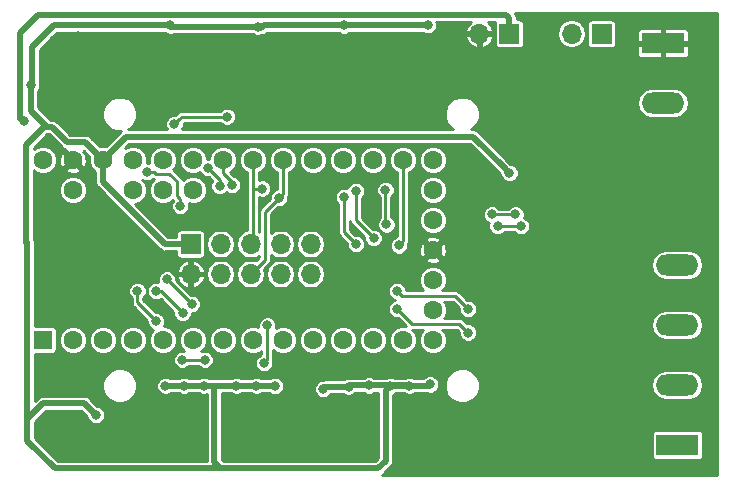
<source format=gbl>
G04 #@! TF.GenerationSoftware,KiCad,Pcbnew,5.0.0-rc2-unknown-2cb65f9~65~ubuntu17.10.1*
G04 #@! TF.CreationDate,2018-06-03T21:59:00-07:00*
G04 #@! TF.ProjectId,led_controller,6C65645F636F6E74726F6C6C65722E6B,rev?*
G04 #@! TF.SameCoordinates,Original*
G04 #@! TF.FileFunction,Copper,L2,Bot,Signal*
G04 #@! TF.FilePolarity,Positive*
%FSLAX46Y46*%
G04 Gerber Fmt 4.6, Leading zero omitted, Abs format (unit mm)*
G04 Created by KiCad (PCBNEW 5.0.0-rc2-unknown-2cb65f9~65~ubuntu17.10.1) date Sun Jun  3 21:59:00 2018*
%MOMM*%
%LPD*%
G01*
G04 APERTURE LIST*
G04 #@! TA.AperFunction,ComponentPad*
%ADD10R,3.600000X1.800000*%
G04 #@! TD*
G04 #@! TA.AperFunction,ComponentPad*
%ADD11O,3.600000X1.800000*%
G04 #@! TD*
G04 #@! TA.AperFunction,ComponentPad*
%ADD12R,1.700000X1.700000*%
G04 #@! TD*
G04 #@! TA.AperFunction,ComponentPad*
%ADD13O,1.700000X1.700000*%
G04 #@! TD*
G04 #@! TA.AperFunction,ComponentPad*
%ADD14C,1.600000*%
G04 #@! TD*
G04 #@! TA.AperFunction,ComponentPad*
%ADD15R,1.600000X1.600000*%
G04 #@! TD*
G04 #@! TA.AperFunction,ViaPad*
%ADD16C,0.800000*%
G04 #@! TD*
G04 #@! TA.AperFunction,Conductor*
%ADD17C,0.500000*%
G04 #@! TD*
G04 #@! TA.AperFunction,Conductor*
%ADD18C,0.250000*%
G04 #@! TD*
G04 APERTURE END LIST*
D10*
G04 #@! TO.P,J1,1*
G04 #@! TO.N,GND*
X155000000Y-103000000D03*
D11*
G04 #@! TO.P,J1,2*
G04 #@! TO.N,+12V*
X155000000Y-108080000D03*
G04 #@! TD*
D10*
G04 #@! TO.P,J10,1*
G04 #@! TO.N,/OUT_R*
X156210000Y-137000000D03*
D11*
G04 #@! TO.P,J10,2*
G04 #@! TO.N,/OUT_G*
X156210000Y-131920000D03*
G04 #@! TO.P,J10,3*
G04 #@! TO.N,/OUT_B*
X156210000Y-126840000D03*
G04 #@! TO.P,J10,4*
G04 #@! TO.N,/12V_SHUNT*
X156210000Y-121760000D03*
G04 #@! TD*
D12*
G04 #@! TO.P,J6,1*
G04 #@! TO.N,+3V3*
X115000000Y-120000000D03*
D13*
G04 #@! TO.P,J6,2*
G04 #@! TO.N,GND*
X115000000Y-122540000D03*
G04 #@! TO.P,J6,3*
G04 #@! TO.N,/TX*
X117540000Y-120000000D03*
G04 #@! TO.P,J6,4*
G04 #@! TO.N,/RX*
X117540000Y-122540000D03*
G04 #@! TO.P,J6,5*
G04 #@! TO.N,/SCL*
X120080000Y-120000000D03*
G04 #@! TO.P,J6,6*
G04 #@! TO.N,/SDA*
X120080000Y-122540000D03*
G04 #@! TO.P,J6,7*
G04 #@! TO.N,/MISO0*
X122620000Y-120000000D03*
G04 #@! TO.P,J6,8*
G04 #@! TO.N,/MOSI0*
X122620000Y-122540000D03*
G04 #@! TO.P,J6,9*
G04 #@! TO.N,/SCK0*
X125160000Y-120000000D03*
G04 #@! TO.P,J6,10*
G04 #@! TO.N,/CS0*
X125160000Y-122540000D03*
G04 #@! TD*
D12*
G04 #@! TO.P,SW5,1*
G04 #@! TO.N,/5V_SW*
X149800000Y-102200000D03*
D13*
G04 #@! TO.P,SW5,2*
G04 #@! TO.N,+5V*
X147260000Y-102200000D03*
G04 #@! TD*
D14*
G04 #@! TO.P,U2,17*
G04 #@! TO.N,GND*
X135510000Y-120500000D03*
G04 #@! TO.P,U2,18*
G04 #@! TO.N,Net-(U2-Pad18)*
X135510000Y-117960000D03*
G04 #@! TO.P,U2,19*
G04 #@! TO.N,Net-(U2-Pad19)*
X135510000Y-115420001D03*
G04 #@! TO.P,U2,20*
G04 #@! TO.N,/SCK0*
X135510000Y-112880000D03*
G04 #@! TO.P,U2,16*
G04 #@! TO.N,Net-(U2-Pad16)*
X135510000Y-123040000D03*
G04 #@! TO.P,U2,15*
G04 #@! TO.N,Net-(U2-Pad15)*
X135510000Y-125579999D03*
G04 #@! TO.P,U2,14*
G04 #@! TO.N,/MISO0*
X135510000Y-128120000D03*
G04 #@! TO.P,U2,21*
G04 #@! TO.N,/ENC_4A*
X132970000Y-112880000D03*
G04 #@! TO.P,U2,22*
G04 #@! TO.N,/ADC_1*
X130430000Y-112880000D03*
G04 #@! TO.P,U2,23*
G04 #@! TO.N,/PWM_B*
X127890000Y-112880000D03*
G04 #@! TO.P,U2,24*
G04 #@! TO.N,/PWM_G*
X125350000Y-112880000D03*
G04 #@! TO.P,U2,25*
G04 #@! TO.N,/SDA*
X122810000Y-112880000D03*
G04 #@! TO.P,U2,26*
G04 #@! TO.N,/SCL*
X120270000Y-112880000D03*
G04 #@! TO.P,U2,27*
G04 #@! TO.N,/PWM_R*
X117730000Y-112880000D03*
G04 #@! TO.P,U2,28*
G04 #@! TO.N,/ENC_2A*
X115190000Y-112880000D03*
G04 #@! TO.P,U2,29*
G04 #@! TO.N,/ENC_2B*
X112650000Y-112880000D03*
G04 #@! TO.P,U2,30*
G04 #@! TO.N,/SW2*
X110110000Y-112880000D03*
G04 #@! TO.P,U2,31*
G04 #@! TO.N,+3V3*
X107570000Y-112880000D03*
G04 #@! TO.P,U2,32*
G04 #@! TO.N,GND*
X105030000Y-112880000D03*
G04 #@! TO.P,U2,33*
G04 #@! TO.N,+5V*
X102490000Y-112880000D03*
G04 #@! TO.P,U2,34*
G04 #@! TO.N,Net-(U2-Pad34)*
X105030000Y-115420000D03*
G04 #@! TO.P,U2,35*
G04 #@! TO.N,Net-(U2-Pad35)*
X110110000Y-115420000D03*
G04 #@! TO.P,U2,36*
G04 #@! TO.N,/ADC_3*
X112649999Y-115420000D03*
G04 #@! TO.P,U2,37*
G04 #@! TO.N,/ADC_2*
X115190000Y-115420000D03*
G04 #@! TO.P,U2,13*
G04 #@! TO.N,/MOSI0*
X132970000Y-128120000D03*
G04 #@! TO.P,U2,12*
G04 #@! TO.N,/CS0*
X130430000Y-128120000D03*
G04 #@! TO.P,U2,11*
G04 #@! TO.N,/ENC_4B*
X127890000Y-128120000D03*
G04 #@! TO.P,U2,10*
G04 #@! TO.N,/SW4*
X125350000Y-128120000D03*
G04 #@! TO.P,U2,9*
G04 #@! TO.N,/ENC_3A*
X122810000Y-128120000D03*
G04 #@! TO.P,U2,8*
G04 #@! TO.N,/ENC_3B*
X120270000Y-128120000D03*
G04 #@! TO.P,U2,7*
G04 #@! TO.N,/SW3*
X117730000Y-128120000D03*
G04 #@! TO.P,U2,6*
G04 #@! TO.N,/ENC_1A*
X115190000Y-128120000D03*
G04 #@! TO.P,U2,5*
G04 #@! TO.N,/ENC_1B*
X112650000Y-128120000D03*
G04 #@! TO.P,U2,4*
G04 #@! TO.N,/SW1*
X110110000Y-128120000D03*
G04 #@! TO.P,U2,3*
G04 #@! TO.N,/TX*
X107570000Y-128120000D03*
G04 #@! TO.P,U2,2*
G04 #@! TO.N,/RX*
X105030000Y-128120000D03*
D15*
G04 #@! TO.P,U2,1*
G04 #@! TO.N,Net-(U2-Pad1)*
X102490000Y-128120000D03*
G04 #@! TD*
D13*
G04 #@! TO.P,J8,2*
G04 #@! TO.N,GND*
X139460000Y-102200000D03*
D12*
G04 #@! TO.P,J8,1*
G04 #@! TO.N,+5V*
X142000000Y-102200000D03*
G04 #@! TD*
D16*
G04 #@! TO.N,+3V3*
X107000000Y-134500000D03*
X142000000Y-114000000D03*
X135081699Y-101475020D03*
X128000000Y-101500010D03*
X120700000Y-101599998D03*
X113300000Y-101500000D03*
X101500010Y-106549998D03*
X114424991Y-132000000D03*
X112874980Y-132000000D03*
X118874980Y-132000000D03*
X131924990Y-132000000D03*
X130105203Y-131978550D03*
X128375010Y-132080991D03*
X126236240Y-132261115D03*
X120575009Y-131995616D03*
X122175010Y-132001469D03*
X116137459Y-131999174D03*
X135275010Y-131885149D03*
X133524989Y-132000000D03*
G04 #@! TO.N,GND*
X105000000Y-110500000D03*
X143100000Y-103900000D03*
X110500000Y-103700000D03*
X118800000Y-103700000D03*
X126000000Y-103700000D03*
X133200000Y-103800000D03*
X144887520Y-113213968D03*
X149300000Y-119500000D03*
X143500000Y-119500000D03*
X146000000Y-122500000D03*
X146000000Y-123900000D03*
X146000000Y-125100000D03*
X146100000Y-128600000D03*
X146100000Y-129900000D03*
X146100000Y-131200000D03*
X146100000Y-134600000D03*
X146100000Y-135900000D03*
X146100000Y-137200000D03*
X105500000Y-102424990D03*
X103600000Y-137400000D03*
X109000000Y-137900000D03*
X112000000Y-137800000D03*
X118100000Y-137800000D03*
X121000000Y-137700000D03*
X134800000Y-136100000D03*
X138900000Y-137900000D03*
X129899994Y-137800000D03*
X127100000Y-137800000D03*
X142000000Y-128000000D03*
X142000000Y-124500000D03*
X141000000Y-131000000D03*
X150000000Y-112000000D03*
G04 #@! TO.N,/PWM_B*
X129000000Y-115500000D03*
X132500000Y-124000000D03*
X138500000Y-125500000D03*
X130500000Y-119500000D03*
G04 #@! TO.N,/ENC_2A*
X115100000Y-125100000D03*
X121500000Y-126900000D03*
X113000000Y-123000000D03*
X121199998Y-130100000D03*
G04 #@! TO.N,/ENC_2B*
X114328640Y-125828640D03*
X112050013Y-124000000D03*
G04 #@! TO.N,/ENC_4A*
X132623498Y-120119536D03*
G04 #@! TO.N,/PWM_R*
X118500000Y-115000000D03*
G04 #@! TO.N,/PWM_G*
X128000000Y-116000000D03*
X132500000Y-125500000D03*
X138500000Y-127500000D03*
X129000000Y-120000000D03*
G04 #@! TO.N,/ADC_3*
X118110000Y-109220000D03*
X113632029Y-109848022D03*
G04 #@! TO.N,/SW2*
X112099999Y-126550036D03*
X110500008Y-124000000D03*
X116200000Y-129800000D03*
X114300000Y-129800000D03*
G04 #@! TO.N,/MISO0*
X111329941Y-113905026D03*
X114130504Y-116774527D03*
G04 #@! TO.N,/SCK0*
X131500000Y-115449967D03*
X131588903Y-118345868D03*
X116459995Y-113579731D03*
X117455199Y-115104480D03*
G04 #@! TO.N,/SDA*
X122500000Y-116100000D03*
G04 #@! TO.N,/SCL*
X121051750Y-115306756D03*
G04 #@! TO.N,+5V*
X100900000Y-109600000D03*
G04 #@! TO.N,Net-(JP1-Pad1)*
X143000000Y-118500000D03*
X141000000Y-118500000D03*
G04 #@! TO.N,Net-(JP2-Pad1)*
X142500000Y-117500000D03*
X140500000Y-117500000D03*
G04 #@! TD*
D17*
G04 #@! TO.N,+3V3*
X101189999Y-134810001D02*
X102500000Y-133500000D01*
X106000000Y-133500000D02*
X107000000Y-134500000D01*
X102500000Y-133500000D02*
X106000000Y-133500000D01*
X101189999Y-134810001D02*
X101189999Y-136689999D01*
X101189999Y-136689999D02*
X103500000Y-139000000D01*
X103500000Y-139000000D02*
X113500000Y-139000000D01*
X113500000Y-139000000D02*
X117500000Y-139000000D01*
X117500000Y-139000000D02*
X117000000Y-138500000D01*
X117000000Y-138500000D02*
X117000000Y-132000000D01*
X101189999Y-119810001D02*
X101189999Y-120000000D01*
X101189999Y-120000000D02*
X101189999Y-134810001D01*
X128024990Y-101475020D02*
X128000000Y-101500010D01*
X135081699Y-101475020D02*
X128024990Y-101475020D01*
X121199990Y-101500010D02*
X120999999Y-101700001D01*
X120899996Y-101599998D02*
X120700000Y-101599998D01*
X120999999Y-101700001D02*
X120899996Y-101599998D01*
X128000000Y-101500010D02*
X121199990Y-101500010D01*
X120700000Y-101599998D02*
X113399998Y-101599998D01*
X113399998Y-101599998D02*
X113300000Y-101500000D01*
X101600000Y-106549998D02*
X101500010Y-106549998D01*
X101600000Y-103300000D02*
X101600000Y-106549998D01*
X113300000Y-101500000D02*
X103400000Y-101500000D01*
X103400000Y-101500000D02*
X101600000Y-103300000D01*
X101500010Y-107115683D02*
X101500010Y-106549998D01*
X102800000Y-110000000D02*
X101500010Y-108700010D01*
X101500010Y-108700010D02*
X101500010Y-107115683D01*
X101100000Y-119910001D02*
X101189999Y-120000000D01*
X106090001Y-111400001D02*
X104567999Y-111400001D01*
X104567999Y-111400001D02*
X103267998Y-110100000D01*
X107570000Y-112880000D02*
X106090001Y-111400001D01*
X103267998Y-110100000D02*
X102600000Y-110100000D01*
X102600000Y-110100000D02*
X101100000Y-111600000D01*
X101100000Y-111600000D02*
X101100000Y-119910001D01*
X114424991Y-132000000D02*
X112874980Y-132000000D01*
X117000000Y-132000000D02*
X118874980Y-132000000D01*
X128477451Y-131978550D02*
X128375010Y-132080991D01*
X130105203Y-131978550D02*
X128477451Y-131978550D01*
X128375010Y-132080991D02*
X126416364Y-132080991D01*
X126416364Y-132080991D02*
X126236240Y-132261115D01*
X130900000Y-139000000D02*
X131524991Y-138375009D01*
X117500000Y-139000000D02*
X130900000Y-139000000D01*
X131524991Y-138375009D02*
X131524991Y-132399999D01*
X131524991Y-132399999D02*
X131924990Y-132000000D01*
X118874980Y-132000000D02*
X120570625Y-132000000D01*
X120570625Y-132000000D02*
X120575009Y-131995616D01*
X120575009Y-131995616D02*
X122169157Y-131995616D01*
X122169157Y-131995616D02*
X122175010Y-132001469D01*
X116703144Y-131999174D02*
X116137459Y-131999174D01*
X116136633Y-132000000D02*
X116137459Y-131999174D01*
X117000000Y-132000000D02*
X116999174Y-131999174D01*
X114424991Y-132000000D02*
X116136633Y-132000000D01*
X116999174Y-131999174D02*
X116703144Y-131999174D01*
X135266453Y-131885149D02*
X135275010Y-131885149D01*
X135151602Y-132000000D02*
X135266453Y-131885149D01*
X131924990Y-132000000D02*
X135151602Y-132000000D01*
X135151602Y-132000000D02*
X133524989Y-132000000D01*
X133503539Y-131978550D02*
X133524989Y-132000000D01*
X130105203Y-131978550D02*
X133503539Y-131978550D01*
X107570000Y-112880000D02*
X109536869Y-110913131D01*
X109536869Y-110913131D02*
X138913131Y-110913131D01*
X138913131Y-110913131D02*
X141600001Y-113600001D01*
X141600001Y-113600001D02*
X142000000Y-114000000D01*
X113650000Y-120000000D02*
X115000000Y-120000000D01*
X112839998Y-120000000D02*
X113650000Y-120000000D01*
X107570000Y-114730002D02*
X112839998Y-120000000D01*
X107570000Y-112880000D02*
X107570000Y-114730002D01*
D18*
G04 #@! TO.N,/PWM_B*
X132904998Y-124404998D02*
X137404998Y-124404998D01*
X132500000Y-124000000D02*
X132904998Y-124404998D01*
X137404998Y-124404998D02*
X138500000Y-125500000D01*
X129000000Y-115500000D02*
X129000000Y-118000000D01*
X129000000Y-118000000D02*
X130100001Y-119100001D01*
X130100001Y-119100001D02*
X130500000Y-119500000D01*
G04 #@! TO.N,/ENC_2A*
X115100000Y-125100000D02*
X113000000Y-123000000D01*
X121500000Y-126900000D02*
X121500000Y-129799998D01*
X121500000Y-129799998D02*
X121199998Y-130100000D01*
G04 #@! TO.N,/ENC_2B*
X112500000Y-124000000D02*
X112050013Y-124000000D01*
X114328640Y-125828640D02*
X112500000Y-124000000D01*
G04 #@! TO.N,/ENC_4A*
X132970000Y-119773034D02*
X132623498Y-120119536D01*
X132970000Y-112880000D02*
X132970000Y-119773034D01*
G04 #@! TO.N,/PWM_R*
X117730000Y-112880000D02*
X117730000Y-114011370D01*
X118500000Y-114781370D02*
X118500000Y-115000000D01*
X117730000Y-114011370D02*
X118500000Y-114781370D01*
G04 #@! TO.N,/PWM_G*
X133755000Y-126755000D02*
X137755000Y-126755000D01*
X132500000Y-125500000D02*
X133755000Y-126755000D01*
X137755000Y-126755000D02*
X138500000Y-127500000D01*
X128600001Y-119600001D02*
X129000000Y-120000000D01*
X128000000Y-116000000D02*
X128000000Y-119000000D01*
X128000000Y-119000000D02*
X128600001Y-119600001D01*
G04 #@! TO.N,/ADC_3*
X114260051Y-109220000D02*
X114032028Y-109448023D01*
X118110000Y-109220000D02*
X114260051Y-109220000D01*
X114032028Y-109448023D02*
X113632029Y-109848022D01*
G04 #@! TO.N,/SW2*
X112099999Y-126550036D02*
X110500008Y-124950045D01*
X110500008Y-124565685D02*
X110500008Y-124000000D01*
X110500008Y-124950045D02*
X110500008Y-124565685D01*
X116200000Y-129800000D02*
X114300000Y-129800000D01*
G04 #@! TO.N,/MISO0*
X113855471Y-115933809D02*
X114130504Y-116208842D01*
X113855471Y-114696471D02*
X113855471Y-115933809D01*
X112045601Y-114055001D02*
X113214001Y-114055001D01*
X114130504Y-116208842D02*
X114130504Y-116774527D01*
X111895626Y-113905026D02*
X112045601Y-114055001D01*
X111329941Y-113905026D02*
X111895626Y-113905026D01*
X113214001Y-114055001D02*
X113855471Y-114696471D01*
G04 #@! TO.N,/SCK0*
X131500000Y-115449967D02*
X131500000Y-118256965D01*
X131500000Y-118256965D02*
X131588903Y-118345868D01*
X117455199Y-114574935D02*
X117455199Y-115104480D01*
X116459995Y-113579731D02*
X117455199Y-114574935D01*
G04 #@! TO.N,/SDA*
X122810000Y-115790000D02*
X122500000Y-116100000D01*
X120080000Y-122540000D02*
X121305001Y-121314999D01*
X122100001Y-116499999D02*
X122500000Y-116100000D01*
X122810000Y-112880000D02*
X122810000Y-115790000D01*
X121305001Y-117294999D02*
X122100001Y-116499999D01*
X121305001Y-121314999D02*
X121305001Y-117294999D01*
G04 #@! TO.N,/SCL*
X120270000Y-119810000D02*
X120080000Y-120000000D01*
X120270000Y-112880000D02*
X120270000Y-116000000D01*
X120270000Y-116000000D02*
X120270000Y-119810000D01*
X120270000Y-115306756D02*
X121051750Y-115306756D01*
X120270000Y-116000000D02*
X120270000Y-115306756D01*
D17*
G04 #@! TO.N,+5V*
X142000000Y-102200000D02*
X142000000Y-100850000D01*
X142000000Y-100850000D02*
X141725010Y-100575010D01*
X141725010Y-100575010D02*
X136100000Y-100575010D01*
X136100000Y-100575010D02*
X133324990Y-100575010D01*
X133324990Y-100575010D02*
X133300000Y-100600000D01*
X133300000Y-100600000D02*
X121699999Y-100600000D01*
X121699999Y-100600000D02*
X102100000Y-100600000D01*
X102100000Y-100600000D02*
X100600000Y-102100000D01*
X100600000Y-102100000D02*
X100600000Y-109439326D01*
X100600000Y-109439326D02*
X100739326Y-109439326D01*
X100739326Y-109439326D02*
X100900000Y-109600000D01*
D18*
G04 #@! TO.N,Net-(JP1-Pad1)*
X143000000Y-118500000D02*
X141000000Y-118500000D01*
G04 #@! TO.N,Net-(JP2-Pad1)*
X142500000Y-117500000D02*
X140500000Y-117500000D01*
G04 #@! TD*
G04 #@! TO.N,GND*
G36*
X159550000Y-139550000D02*
X131201837Y-139550000D01*
X131350600Y-139450600D01*
X131385472Y-139398410D01*
X131923404Y-138860479D01*
X131975591Y-138825609D01*
X132113728Y-138618872D01*
X132149991Y-138436564D01*
X132149991Y-138436563D01*
X132162235Y-138375009D01*
X132149991Y-138313454D01*
X132149991Y-136100000D01*
X154027654Y-136100000D01*
X154027654Y-137900000D01*
X154056758Y-138046317D01*
X154139641Y-138170359D01*
X154263683Y-138253242D01*
X154410000Y-138282346D01*
X158010000Y-138282346D01*
X158156317Y-138253242D01*
X158280359Y-138170359D01*
X158363242Y-138046317D01*
X158392346Y-137900000D01*
X158392346Y-136100000D01*
X158363242Y-135953683D01*
X158280359Y-135829641D01*
X158156317Y-135746758D01*
X158010000Y-135717654D01*
X154410000Y-135717654D01*
X154263683Y-135746758D01*
X154139641Y-135829641D01*
X154056758Y-135953683D01*
X154027654Y-136100000D01*
X132149991Y-136100000D01*
X132149991Y-132745655D01*
X132363992Y-132657013D01*
X132396005Y-132625000D01*
X133053974Y-132625000D01*
X133085987Y-132657013D01*
X133370832Y-132775000D01*
X133679146Y-132775000D01*
X133963991Y-132657013D01*
X133996004Y-132625000D01*
X135035996Y-132625000D01*
X135120853Y-132660149D01*
X135429167Y-132660149D01*
X135714012Y-132542162D01*
X135932023Y-132324151D01*
X136050010Y-132039306D01*
X136050010Y-131730992D01*
X136039909Y-131706604D01*
X136525000Y-131706604D01*
X136525000Y-132293396D01*
X136749555Y-132835520D01*
X137164480Y-133250445D01*
X137706604Y-133475000D01*
X138293396Y-133475000D01*
X138835520Y-133250445D01*
X139250445Y-132835520D01*
X139475000Y-132293396D01*
X139475000Y-131920000D01*
X154010022Y-131920000D01*
X154108977Y-132417480D01*
X154390777Y-132839223D01*
X154812520Y-133121023D01*
X155184427Y-133195000D01*
X157235573Y-133195000D01*
X157607480Y-133121023D01*
X158029223Y-132839223D01*
X158311023Y-132417480D01*
X158409978Y-131920000D01*
X158311023Y-131422520D01*
X158029223Y-131000777D01*
X157607480Y-130718977D01*
X157235573Y-130645000D01*
X155184427Y-130645000D01*
X154812520Y-130718977D01*
X154390777Y-131000777D01*
X154108977Y-131422520D01*
X154010022Y-131920000D01*
X139475000Y-131920000D01*
X139475000Y-131706604D01*
X139250445Y-131164480D01*
X138835520Y-130749555D01*
X138293396Y-130525000D01*
X137706604Y-130525000D01*
X137164480Y-130749555D01*
X136749555Y-131164480D01*
X136525000Y-131706604D01*
X136039909Y-131706604D01*
X135932023Y-131446147D01*
X135714012Y-131228136D01*
X135429167Y-131110149D01*
X135120853Y-131110149D01*
X134836008Y-131228136D01*
X134689144Y-131375000D01*
X133996004Y-131375000D01*
X133963991Y-131342987D01*
X133679146Y-131225000D01*
X133370832Y-131225000D01*
X133085987Y-131342987D01*
X133075424Y-131353550D01*
X132374555Y-131353550D01*
X132363992Y-131342987D01*
X132079147Y-131225000D01*
X131770833Y-131225000D01*
X131485988Y-131342987D01*
X131475425Y-131353550D01*
X130576218Y-131353550D01*
X130544205Y-131321537D01*
X130259360Y-131203550D01*
X129951046Y-131203550D01*
X129666201Y-131321537D01*
X129634188Y-131353550D01*
X128643984Y-131353550D01*
X128529167Y-131305991D01*
X128220853Y-131305991D01*
X127936008Y-131423978D01*
X127903995Y-131455991D01*
X126477919Y-131455991D01*
X126416364Y-131443747D01*
X126354809Y-131455991D01*
X126203364Y-131486115D01*
X126082083Y-131486115D01*
X125797238Y-131604102D01*
X125579227Y-131822113D01*
X125461240Y-132106958D01*
X125461240Y-132415272D01*
X125579227Y-132700117D01*
X125797238Y-132918128D01*
X126082083Y-133036115D01*
X126390397Y-133036115D01*
X126675242Y-132918128D01*
X126887379Y-132705991D01*
X127903995Y-132705991D01*
X127936008Y-132738004D01*
X128220853Y-132855991D01*
X128529167Y-132855991D01*
X128814012Y-132738004D01*
X128948466Y-132603550D01*
X129634188Y-132603550D01*
X129666201Y-132635563D01*
X129951046Y-132753550D01*
X130259360Y-132753550D01*
X130544205Y-132635563D01*
X130576218Y-132603550D01*
X130899992Y-132603550D01*
X130899991Y-138116126D01*
X130641118Y-138375000D01*
X117758883Y-138375000D01*
X117625000Y-138241118D01*
X117625000Y-132625000D01*
X118403965Y-132625000D01*
X118435978Y-132657013D01*
X118720823Y-132775000D01*
X119029137Y-132775000D01*
X119313982Y-132657013D01*
X119345995Y-132625000D01*
X120108378Y-132625000D01*
X120136007Y-132652629D01*
X120420852Y-132770616D01*
X120729166Y-132770616D01*
X121014011Y-132652629D01*
X121046024Y-132620616D01*
X121698142Y-132620616D01*
X121736008Y-132658482D01*
X122020853Y-132776469D01*
X122329167Y-132776469D01*
X122614012Y-132658482D01*
X122832023Y-132440471D01*
X122950010Y-132155626D01*
X122950010Y-131847312D01*
X122832023Y-131562467D01*
X122614012Y-131344456D01*
X122329167Y-131226469D01*
X122020853Y-131226469D01*
X121736008Y-131344456D01*
X121709848Y-131370616D01*
X121046024Y-131370616D01*
X121014011Y-131338603D01*
X120729166Y-131220616D01*
X120420852Y-131220616D01*
X120136007Y-131338603D01*
X120099610Y-131375000D01*
X119345995Y-131375000D01*
X119313982Y-131342987D01*
X119029137Y-131225000D01*
X118720823Y-131225000D01*
X118435978Y-131342987D01*
X118403965Y-131375000D01*
X117064882Y-131375000D01*
X117060729Y-131374174D01*
X116999174Y-131361930D01*
X116937619Y-131374174D01*
X116608474Y-131374174D01*
X116576461Y-131342161D01*
X116291616Y-131224174D01*
X115983302Y-131224174D01*
X115698457Y-131342161D01*
X115665618Y-131375000D01*
X114896006Y-131375000D01*
X114863993Y-131342987D01*
X114579148Y-131225000D01*
X114270834Y-131225000D01*
X113985989Y-131342987D01*
X113953976Y-131375000D01*
X113345995Y-131375000D01*
X113313982Y-131342987D01*
X113029137Y-131225000D01*
X112720823Y-131225000D01*
X112435978Y-131342987D01*
X112217967Y-131560998D01*
X112099980Y-131845843D01*
X112099980Y-132154157D01*
X112217967Y-132439002D01*
X112435978Y-132657013D01*
X112720823Y-132775000D01*
X113029137Y-132775000D01*
X113313982Y-132657013D01*
X113345995Y-132625000D01*
X113953976Y-132625000D01*
X113985989Y-132657013D01*
X114270834Y-132775000D01*
X114579148Y-132775000D01*
X114863993Y-132657013D01*
X114896006Y-132625000D01*
X115667270Y-132625000D01*
X115698457Y-132656187D01*
X115983302Y-132774174D01*
X116291616Y-132774174D01*
X116375001Y-132739635D01*
X116375000Y-138375000D01*
X103758883Y-138375000D01*
X101814999Y-136431117D01*
X101814999Y-135068883D01*
X102758883Y-134125000D01*
X105741118Y-134125000D01*
X106225000Y-134608883D01*
X106225000Y-134654157D01*
X106342987Y-134939002D01*
X106560998Y-135157013D01*
X106845843Y-135275000D01*
X107154157Y-135275000D01*
X107439002Y-135157013D01*
X107657013Y-134939002D01*
X107775000Y-134654157D01*
X107775000Y-134345843D01*
X107657013Y-134060998D01*
X107439002Y-133842987D01*
X107154157Y-133725000D01*
X107108883Y-133725000D01*
X106485472Y-133101590D01*
X106450600Y-133049400D01*
X106243863Y-132911263D01*
X106061555Y-132875000D01*
X106000000Y-132862756D01*
X105938445Y-132875000D01*
X102561553Y-132875000D01*
X102499999Y-132862756D01*
X102438445Y-132875000D01*
X102256137Y-132911263D01*
X102049400Y-133049400D01*
X102014529Y-133101588D01*
X101814999Y-133301118D01*
X101814999Y-131706604D01*
X107525000Y-131706604D01*
X107525000Y-132293396D01*
X107749555Y-132835520D01*
X108164480Y-133250445D01*
X108706604Y-133475000D01*
X109293396Y-133475000D01*
X109835520Y-133250445D01*
X110250445Y-132835520D01*
X110475000Y-132293396D01*
X110475000Y-131706604D01*
X110250445Y-131164480D01*
X109835520Y-130749555D01*
X109293396Y-130525000D01*
X108706604Y-130525000D01*
X108164480Y-130749555D01*
X107749555Y-131164480D01*
X107525000Y-131706604D01*
X101814999Y-131706604D01*
X101814999Y-129645843D01*
X113525000Y-129645843D01*
X113525000Y-129954157D01*
X113642987Y-130239002D01*
X113860998Y-130457013D01*
X114145843Y-130575000D01*
X114454157Y-130575000D01*
X114739002Y-130457013D01*
X114896015Y-130300000D01*
X115603985Y-130300000D01*
X115760998Y-130457013D01*
X116045843Y-130575000D01*
X116354157Y-130575000D01*
X116639002Y-130457013D01*
X116857013Y-130239002D01*
X116975000Y-129954157D01*
X116975000Y-129645843D01*
X116857013Y-129360998D01*
X116639002Y-129142987D01*
X116354157Y-129025000D01*
X116045843Y-129025000D01*
X115876597Y-129095104D01*
X116186117Y-128785584D01*
X116365000Y-128353722D01*
X116365000Y-127886278D01*
X116555000Y-127886278D01*
X116555000Y-128353722D01*
X116733883Y-128785584D01*
X117064416Y-129116117D01*
X117496278Y-129295000D01*
X117963722Y-129295000D01*
X118395584Y-129116117D01*
X118726117Y-128785584D01*
X118905000Y-128353722D01*
X118905000Y-127886278D01*
X119095000Y-127886278D01*
X119095000Y-128353722D01*
X119273883Y-128785584D01*
X119604416Y-129116117D01*
X120036278Y-129295000D01*
X120503722Y-129295000D01*
X120935584Y-129116117D01*
X121000001Y-129051700D01*
X121000001Y-129343988D01*
X120760996Y-129442987D01*
X120542985Y-129660998D01*
X120424998Y-129945843D01*
X120424998Y-130254157D01*
X120542985Y-130539002D01*
X120760996Y-130757013D01*
X121045841Y-130875000D01*
X121354155Y-130875000D01*
X121639000Y-130757013D01*
X121857011Y-130539002D01*
X121974998Y-130254157D01*
X121974998Y-129974934D01*
X122000000Y-129849241D01*
X122009795Y-129799998D01*
X122000000Y-129750755D01*
X122000000Y-128971701D01*
X122144416Y-129116117D01*
X122576278Y-129295000D01*
X123043722Y-129295000D01*
X123475584Y-129116117D01*
X123806117Y-128785584D01*
X123985000Y-128353722D01*
X123985000Y-127886278D01*
X124175000Y-127886278D01*
X124175000Y-128353722D01*
X124353883Y-128785584D01*
X124684416Y-129116117D01*
X125116278Y-129295000D01*
X125583722Y-129295000D01*
X126015584Y-129116117D01*
X126346117Y-128785584D01*
X126525000Y-128353722D01*
X126525000Y-127886278D01*
X126715000Y-127886278D01*
X126715000Y-128353722D01*
X126893883Y-128785584D01*
X127224416Y-129116117D01*
X127656278Y-129295000D01*
X128123722Y-129295000D01*
X128555584Y-129116117D01*
X128886117Y-128785584D01*
X129065000Y-128353722D01*
X129065000Y-127886278D01*
X129255000Y-127886278D01*
X129255000Y-128353722D01*
X129433883Y-128785584D01*
X129764416Y-129116117D01*
X130196278Y-129295000D01*
X130663722Y-129295000D01*
X131095584Y-129116117D01*
X131426117Y-128785584D01*
X131605000Y-128353722D01*
X131605000Y-127886278D01*
X131426117Y-127454416D01*
X131095584Y-127123883D01*
X130663722Y-126945000D01*
X130196278Y-126945000D01*
X129764416Y-127123883D01*
X129433883Y-127454416D01*
X129255000Y-127886278D01*
X129065000Y-127886278D01*
X128886117Y-127454416D01*
X128555584Y-127123883D01*
X128123722Y-126945000D01*
X127656278Y-126945000D01*
X127224416Y-127123883D01*
X126893883Y-127454416D01*
X126715000Y-127886278D01*
X126525000Y-127886278D01*
X126346117Y-127454416D01*
X126015584Y-127123883D01*
X125583722Y-126945000D01*
X125116278Y-126945000D01*
X124684416Y-127123883D01*
X124353883Y-127454416D01*
X124175000Y-127886278D01*
X123985000Y-127886278D01*
X123806117Y-127454416D01*
X123475584Y-127123883D01*
X123043722Y-126945000D01*
X122576278Y-126945000D01*
X122267182Y-127073032D01*
X122275000Y-127054157D01*
X122275000Y-126745843D01*
X122157013Y-126460998D01*
X121939002Y-126242987D01*
X121654157Y-126125000D01*
X121345843Y-126125000D01*
X121060998Y-126242987D01*
X120842987Y-126460998D01*
X120725000Y-126745843D01*
X120725000Y-127036656D01*
X120503722Y-126945000D01*
X120036278Y-126945000D01*
X119604416Y-127123883D01*
X119273883Y-127454416D01*
X119095000Y-127886278D01*
X118905000Y-127886278D01*
X118726117Y-127454416D01*
X118395584Y-127123883D01*
X117963722Y-126945000D01*
X117496278Y-126945000D01*
X117064416Y-127123883D01*
X116733883Y-127454416D01*
X116555000Y-127886278D01*
X116365000Y-127886278D01*
X116186117Y-127454416D01*
X115855584Y-127123883D01*
X115423722Y-126945000D01*
X114956278Y-126945000D01*
X114524416Y-127123883D01*
X114193883Y-127454416D01*
X114015000Y-127886278D01*
X114015000Y-128353722D01*
X114193883Y-128785584D01*
X114433299Y-129025000D01*
X114145843Y-129025000D01*
X113860998Y-129142987D01*
X113642987Y-129360998D01*
X113525000Y-129645843D01*
X101814999Y-129645843D01*
X101814999Y-129302346D01*
X103290000Y-129302346D01*
X103436317Y-129273242D01*
X103560359Y-129190359D01*
X103643242Y-129066317D01*
X103672346Y-128920000D01*
X103672346Y-127886278D01*
X103855000Y-127886278D01*
X103855000Y-128353722D01*
X104033883Y-128785584D01*
X104364416Y-129116117D01*
X104796278Y-129295000D01*
X105263722Y-129295000D01*
X105695584Y-129116117D01*
X106026117Y-128785584D01*
X106205000Y-128353722D01*
X106205000Y-127886278D01*
X106395000Y-127886278D01*
X106395000Y-128353722D01*
X106573883Y-128785584D01*
X106904416Y-129116117D01*
X107336278Y-129295000D01*
X107803722Y-129295000D01*
X108235584Y-129116117D01*
X108566117Y-128785584D01*
X108745000Y-128353722D01*
X108745000Y-127886278D01*
X108935000Y-127886278D01*
X108935000Y-128353722D01*
X109113883Y-128785584D01*
X109444416Y-129116117D01*
X109876278Y-129295000D01*
X110343722Y-129295000D01*
X110775584Y-129116117D01*
X111106117Y-128785584D01*
X111285000Y-128353722D01*
X111285000Y-127886278D01*
X111106117Y-127454416D01*
X110775584Y-127123883D01*
X110343722Y-126945000D01*
X109876278Y-126945000D01*
X109444416Y-127123883D01*
X109113883Y-127454416D01*
X108935000Y-127886278D01*
X108745000Y-127886278D01*
X108566117Y-127454416D01*
X108235584Y-127123883D01*
X107803722Y-126945000D01*
X107336278Y-126945000D01*
X106904416Y-127123883D01*
X106573883Y-127454416D01*
X106395000Y-127886278D01*
X106205000Y-127886278D01*
X106026117Y-127454416D01*
X105695584Y-127123883D01*
X105263722Y-126945000D01*
X104796278Y-126945000D01*
X104364416Y-127123883D01*
X104033883Y-127454416D01*
X103855000Y-127886278D01*
X103672346Y-127886278D01*
X103672346Y-127320000D01*
X103643242Y-127173683D01*
X103560359Y-127049641D01*
X103436317Y-126966758D01*
X103290000Y-126937654D01*
X101814999Y-126937654D01*
X101814999Y-123845843D01*
X109725008Y-123845843D01*
X109725008Y-124154157D01*
X109842995Y-124439002D01*
X110000008Y-124596015D01*
X110000008Y-124900804D01*
X109990213Y-124950045D01*
X110000008Y-124999286D01*
X110000008Y-124999287D01*
X110029019Y-125145134D01*
X110139528Y-125310525D01*
X110181278Y-125338421D01*
X111324999Y-126482143D01*
X111324999Y-126704193D01*
X111442986Y-126989038D01*
X111660997Y-127207049D01*
X111830881Y-127277418D01*
X111653883Y-127454416D01*
X111475000Y-127886278D01*
X111475000Y-128353722D01*
X111653883Y-128785584D01*
X111984416Y-129116117D01*
X112416278Y-129295000D01*
X112883722Y-129295000D01*
X113315584Y-129116117D01*
X113646117Y-128785584D01*
X113825000Y-128353722D01*
X113825000Y-127886278D01*
X113646117Y-127454416D01*
X113315584Y-127123883D01*
X112883722Y-126945000D01*
X112775253Y-126945000D01*
X112874999Y-126704193D01*
X112874999Y-126395879D01*
X112757012Y-126111034D01*
X112539001Y-125893023D01*
X112254156Y-125775036D01*
X112032106Y-125775036D01*
X111000008Y-124742939D01*
X111000008Y-124596015D01*
X111157021Y-124439002D01*
X111275008Y-124154157D01*
X111275008Y-123845843D01*
X111275013Y-123845843D01*
X111275013Y-124154157D01*
X111393000Y-124439002D01*
X111611011Y-124657013D01*
X111895856Y-124775000D01*
X112204170Y-124775000D01*
X112461361Y-124668468D01*
X113553640Y-125760747D01*
X113553640Y-125982797D01*
X113671627Y-126267642D01*
X113889638Y-126485653D01*
X114174483Y-126603640D01*
X114482797Y-126603640D01*
X114767642Y-126485653D01*
X114985653Y-126267642D01*
X115103640Y-125982797D01*
X115103640Y-125875000D01*
X115254157Y-125875000D01*
X115539002Y-125757013D01*
X115757013Y-125539002D01*
X115875000Y-125254157D01*
X115875000Y-124945843D01*
X115757013Y-124660998D01*
X115539002Y-124442987D01*
X115254157Y-124325000D01*
X115032107Y-124325000D01*
X114552950Y-123845843D01*
X131725000Y-123845843D01*
X131725000Y-124154157D01*
X131842987Y-124439002D01*
X132060998Y-124657013D01*
X132285488Y-124750000D01*
X132060998Y-124842987D01*
X131842987Y-125060998D01*
X131725000Y-125345843D01*
X131725000Y-125654157D01*
X131842987Y-125939002D01*
X132060998Y-126157013D01*
X132345843Y-126275000D01*
X132567894Y-126275000D01*
X133262056Y-126969163D01*
X133203722Y-126945000D01*
X132736278Y-126945000D01*
X132304416Y-127123883D01*
X131973883Y-127454416D01*
X131795000Y-127886278D01*
X131795000Y-128353722D01*
X131973883Y-128785584D01*
X132304416Y-129116117D01*
X132736278Y-129295000D01*
X133203722Y-129295000D01*
X133635584Y-129116117D01*
X133966117Y-128785584D01*
X134145000Y-128353722D01*
X134145000Y-127886278D01*
X133966117Y-127454416D01*
X133772929Y-127261228D01*
X133804241Y-127255000D01*
X134713299Y-127255000D01*
X134513883Y-127454416D01*
X134335000Y-127886278D01*
X134335000Y-128353722D01*
X134513883Y-128785584D01*
X134844416Y-129116117D01*
X135276278Y-129295000D01*
X135743722Y-129295000D01*
X136175584Y-129116117D01*
X136506117Y-128785584D01*
X136685000Y-128353722D01*
X136685000Y-127886278D01*
X136506117Y-127454416D01*
X136306701Y-127255000D01*
X137547894Y-127255000D01*
X137725000Y-127432106D01*
X137725000Y-127654157D01*
X137842987Y-127939002D01*
X138060998Y-128157013D01*
X138345843Y-128275000D01*
X138654157Y-128275000D01*
X138939002Y-128157013D01*
X139157013Y-127939002D01*
X139275000Y-127654157D01*
X139275000Y-127345843D01*
X139157013Y-127060998D01*
X138939002Y-126842987D01*
X138931791Y-126840000D01*
X154010022Y-126840000D01*
X154108977Y-127337480D01*
X154390777Y-127759223D01*
X154812520Y-128041023D01*
X155184427Y-128115000D01*
X157235573Y-128115000D01*
X157607480Y-128041023D01*
X158029223Y-127759223D01*
X158311023Y-127337480D01*
X158409978Y-126840000D01*
X158311023Y-126342520D01*
X158029223Y-125920777D01*
X157607480Y-125638977D01*
X157235573Y-125565000D01*
X155184427Y-125565000D01*
X154812520Y-125638977D01*
X154390777Y-125920777D01*
X154108977Y-126342520D01*
X154010022Y-126840000D01*
X138931791Y-126840000D01*
X138654157Y-126725000D01*
X138432106Y-126725000D01*
X138143376Y-126436270D01*
X138115480Y-126394520D01*
X137950090Y-126284011D01*
X137804243Y-126255000D01*
X137804241Y-126255000D01*
X137755000Y-126245205D01*
X137705759Y-126255000D01*
X136496700Y-126255000D01*
X136506117Y-126245583D01*
X136685000Y-125813721D01*
X136685000Y-125346277D01*
X136506117Y-124914415D01*
X136496700Y-124904998D01*
X137197892Y-124904998D01*
X137725000Y-125432107D01*
X137725000Y-125654157D01*
X137842987Y-125939002D01*
X138060998Y-126157013D01*
X138345843Y-126275000D01*
X138654157Y-126275000D01*
X138939002Y-126157013D01*
X139157013Y-125939002D01*
X139275000Y-125654157D01*
X139275000Y-125345843D01*
X139157013Y-125060998D01*
X138939002Y-124842987D01*
X138654157Y-124725000D01*
X138432107Y-124725000D01*
X137793374Y-124086268D01*
X137765478Y-124044518D01*
X137600088Y-123934009D01*
X137454241Y-123904998D01*
X137454239Y-123904998D01*
X137404998Y-123895203D01*
X137355757Y-123904998D01*
X136306703Y-123904998D01*
X136506117Y-123705584D01*
X136685000Y-123273722D01*
X136685000Y-122806278D01*
X136506117Y-122374416D01*
X136175584Y-122043883D01*
X135743722Y-121865000D01*
X135276278Y-121865000D01*
X134844416Y-122043883D01*
X134513883Y-122374416D01*
X134335000Y-122806278D01*
X134335000Y-123273722D01*
X134513883Y-123705584D01*
X134713297Y-123904998D01*
X133275000Y-123904998D01*
X133275000Y-123845843D01*
X133157013Y-123560998D01*
X132939002Y-123342987D01*
X132654157Y-123225000D01*
X132345843Y-123225000D01*
X132060998Y-123342987D01*
X131842987Y-123560998D01*
X131725000Y-123845843D01*
X114552950Y-123845843D01*
X113775000Y-123067894D01*
X113775000Y-122854095D01*
X113815941Y-122854095D01*
X114026271Y-123283306D01*
X114384843Y-123599355D01*
X114685907Y-123724049D01*
X114875000Y-123664323D01*
X114875000Y-122665000D01*
X115125000Y-122665000D01*
X115125000Y-123664323D01*
X115314093Y-123724049D01*
X115615157Y-123599355D01*
X115973729Y-123283306D01*
X116184059Y-122854095D01*
X116124867Y-122665000D01*
X115125000Y-122665000D01*
X114875000Y-122665000D01*
X113875133Y-122665000D01*
X113815941Y-122854095D01*
X113775000Y-122854095D01*
X113775000Y-122845843D01*
X113657013Y-122560998D01*
X113636015Y-122540000D01*
X116291001Y-122540000D01*
X116386075Y-123017971D01*
X116656824Y-123423176D01*
X117062029Y-123693925D01*
X117419348Y-123765000D01*
X117660652Y-123765000D01*
X118017971Y-123693925D01*
X118423176Y-123423176D01*
X118693925Y-123017971D01*
X118788999Y-122540000D01*
X118693925Y-122062029D01*
X118423176Y-121656824D01*
X118017971Y-121386075D01*
X117660652Y-121315000D01*
X117419348Y-121315000D01*
X117062029Y-121386075D01*
X116656824Y-121656824D01*
X116386075Y-122062029D01*
X116291001Y-122540000D01*
X113636015Y-122540000D01*
X113439002Y-122342987D01*
X113156342Y-122225905D01*
X113815941Y-122225905D01*
X113875133Y-122415000D01*
X114875000Y-122415000D01*
X114875000Y-121415677D01*
X115125000Y-121415677D01*
X115125000Y-122415000D01*
X116124867Y-122415000D01*
X116184059Y-122225905D01*
X115973729Y-121796694D01*
X115615157Y-121480645D01*
X115314093Y-121355951D01*
X115125000Y-121415677D01*
X114875000Y-121415677D01*
X114685907Y-121355951D01*
X114384843Y-121480645D01*
X114026271Y-121796694D01*
X113815941Y-122225905D01*
X113156342Y-122225905D01*
X113154157Y-122225000D01*
X112845843Y-122225000D01*
X112560998Y-122342987D01*
X112342987Y-122560998D01*
X112225000Y-122845843D01*
X112225000Y-123154157D01*
X112264736Y-123250087D01*
X112204170Y-123225000D01*
X111895856Y-123225000D01*
X111611011Y-123342987D01*
X111393000Y-123560998D01*
X111275013Y-123845843D01*
X111275008Y-123845843D01*
X111157021Y-123560998D01*
X110939010Y-123342987D01*
X110654165Y-123225000D01*
X110345851Y-123225000D01*
X110061006Y-123342987D01*
X109842995Y-123560998D01*
X109725008Y-123845843D01*
X101814999Y-123845843D01*
X101814999Y-120061554D01*
X101827243Y-120000000D01*
X101814999Y-119938445D01*
X101814999Y-119748446D01*
X101778736Y-119566138D01*
X101725000Y-119485716D01*
X101725000Y-115186278D01*
X103855000Y-115186278D01*
X103855000Y-115653722D01*
X104033883Y-116085584D01*
X104364416Y-116416117D01*
X104796278Y-116595000D01*
X105263722Y-116595000D01*
X105695584Y-116416117D01*
X106026117Y-116085584D01*
X106205000Y-115653722D01*
X106205000Y-115186278D01*
X106026117Y-114754416D01*
X105695584Y-114423883D01*
X105263722Y-114245000D01*
X104796278Y-114245000D01*
X104364416Y-114423883D01*
X104033883Y-114754416D01*
X103855000Y-115186278D01*
X101725000Y-115186278D01*
X101725000Y-113776701D01*
X101824416Y-113876117D01*
X102256278Y-114055000D01*
X102723722Y-114055000D01*
X103155584Y-113876117D01*
X103287495Y-113744206D01*
X104342571Y-113744206D01*
X104430792Y-113917402D01*
X104873401Y-114067742D01*
X105339851Y-114037259D01*
X105629208Y-113917402D01*
X105717429Y-113744206D01*
X105030000Y-113056777D01*
X104342571Y-113744206D01*
X103287495Y-113744206D01*
X103486117Y-113545584D01*
X103665000Y-113113722D01*
X103665000Y-112723401D01*
X103842258Y-112723401D01*
X103872741Y-113189851D01*
X103992598Y-113479208D01*
X104165794Y-113567429D01*
X104853223Y-112880000D01*
X104165794Y-112192571D01*
X103992598Y-112280792D01*
X103842258Y-112723401D01*
X103665000Y-112723401D01*
X103665000Y-112646278D01*
X103486117Y-112214416D01*
X103155584Y-111883883D01*
X102723722Y-111705000D01*
X102256278Y-111705000D01*
X101824416Y-111883883D01*
X101725000Y-111983299D01*
X101725000Y-111858882D01*
X102858884Y-110725000D01*
X103009116Y-110725000D01*
X104082528Y-111798413D01*
X104117399Y-111850601D01*
X104324136Y-111988738D01*
X104353389Y-111994557D01*
X104342571Y-112015794D01*
X105030000Y-112703223D01*
X105044142Y-112689081D01*
X105220919Y-112865858D01*
X105206777Y-112880000D01*
X105894206Y-113567429D01*
X106067402Y-113479208D01*
X106217742Y-113036599D01*
X106187259Y-112570149D01*
X106067402Y-112280792D01*
X105894207Y-112192572D01*
X105946449Y-112140331D01*
X106411811Y-112605693D01*
X106395000Y-112646278D01*
X106395000Y-113113722D01*
X106573883Y-113545584D01*
X106904416Y-113876117D01*
X106945001Y-113892928D01*
X106945001Y-114668442D01*
X106932756Y-114730002D01*
X106981263Y-114973864D01*
X106981264Y-114973865D01*
X107119401Y-115180602D01*
X107171588Y-115215472D01*
X112354527Y-120398412D01*
X112389398Y-120450600D01*
X112534038Y-120547245D01*
X112596135Y-120588737D01*
X112839998Y-120637244D01*
X112901553Y-120625000D01*
X113767654Y-120625000D01*
X113767654Y-120850000D01*
X113796758Y-120996317D01*
X113879641Y-121120359D01*
X114003683Y-121203242D01*
X114150000Y-121232346D01*
X115850000Y-121232346D01*
X115996317Y-121203242D01*
X116120359Y-121120359D01*
X116203242Y-120996317D01*
X116232346Y-120850000D01*
X116232346Y-120000000D01*
X116291001Y-120000000D01*
X116386075Y-120477971D01*
X116656824Y-120883176D01*
X117062029Y-121153925D01*
X117419348Y-121225000D01*
X117660652Y-121225000D01*
X118017971Y-121153925D01*
X118423176Y-120883176D01*
X118693925Y-120477971D01*
X118788999Y-120000000D01*
X118831001Y-120000000D01*
X118926075Y-120477971D01*
X119196824Y-120883176D01*
X119602029Y-121153925D01*
X119959348Y-121225000D01*
X120200652Y-121225000D01*
X120557971Y-121153925D01*
X120805001Y-120988865D01*
X120805001Y-121107892D01*
X120531987Y-121380906D01*
X120200652Y-121315000D01*
X119959348Y-121315000D01*
X119602029Y-121386075D01*
X119196824Y-121656824D01*
X118926075Y-122062029D01*
X118831001Y-122540000D01*
X118926075Y-123017971D01*
X119196824Y-123423176D01*
X119602029Y-123693925D01*
X119959348Y-123765000D01*
X120200652Y-123765000D01*
X120557971Y-123693925D01*
X120963176Y-123423176D01*
X121233925Y-123017971D01*
X121328999Y-122540000D01*
X121371001Y-122540000D01*
X121466075Y-123017971D01*
X121736824Y-123423176D01*
X122142029Y-123693925D01*
X122499348Y-123765000D01*
X122740652Y-123765000D01*
X123097971Y-123693925D01*
X123503176Y-123423176D01*
X123773925Y-123017971D01*
X123868999Y-122540000D01*
X123911001Y-122540000D01*
X124006075Y-123017971D01*
X124276824Y-123423176D01*
X124682029Y-123693925D01*
X125039348Y-123765000D01*
X125280652Y-123765000D01*
X125637971Y-123693925D01*
X126043176Y-123423176D01*
X126313925Y-123017971D01*
X126408999Y-122540000D01*
X126313925Y-122062029D01*
X126112116Y-121760000D01*
X154010022Y-121760000D01*
X154108977Y-122257480D01*
X154390777Y-122679223D01*
X154812520Y-122961023D01*
X155184427Y-123035000D01*
X157235573Y-123035000D01*
X157607480Y-122961023D01*
X158029223Y-122679223D01*
X158311023Y-122257480D01*
X158409978Y-121760000D01*
X158311023Y-121262520D01*
X158029223Y-120840777D01*
X157607480Y-120558977D01*
X157235573Y-120485000D01*
X155184427Y-120485000D01*
X154812520Y-120558977D01*
X154390777Y-120840777D01*
X154108977Y-121262520D01*
X154010022Y-121760000D01*
X126112116Y-121760000D01*
X126043176Y-121656824D01*
X125637971Y-121386075D01*
X125528028Y-121364206D01*
X134822571Y-121364206D01*
X134910792Y-121537402D01*
X135353401Y-121687742D01*
X135819851Y-121657259D01*
X136109208Y-121537402D01*
X136197429Y-121364206D01*
X135510000Y-120676777D01*
X134822571Y-121364206D01*
X125528028Y-121364206D01*
X125280652Y-121315000D01*
X125039348Y-121315000D01*
X124682029Y-121386075D01*
X124276824Y-121656824D01*
X124006075Y-122062029D01*
X123911001Y-122540000D01*
X123868999Y-122540000D01*
X123773925Y-122062029D01*
X123503176Y-121656824D01*
X123097971Y-121386075D01*
X122740652Y-121315000D01*
X122499348Y-121315000D01*
X122142029Y-121386075D01*
X121736824Y-121656824D01*
X121466075Y-122062029D01*
X121371001Y-122540000D01*
X121328999Y-122540000D01*
X121239094Y-122088013D01*
X121623734Y-121703373D01*
X121665481Y-121675479D01*
X121775990Y-121510089D01*
X121805001Y-121364242D01*
X121805001Y-121364241D01*
X121814796Y-121315000D01*
X121805001Y-121265758D01*
X121805001Y-120928730D01*
X122142029Y-121153925D01*
X122499348Y-121225000D01*
X122740652Y-121225000D01*
X123097971Y-121153925D01*
X123503176Y-120883176D01*
X123773925Y-120477971D01*
X123868999Y-120000000D01*
X123911001Y-120000000D01*
X124006075Y-120477971D01*
X124276824Y-120883176D01*
X124682029Y-121153925D01*
X125039348Y-121225000D01*
X125280652Y-121225000D01*
X125637971Y-121153925D01*
X126043176Y-120883176D01*
X126313925Y-120477971D01*
X126408999Y-120000000D01*
X126313925Y-119522029D01*
X126043176Y-119116824D01*
X125637971Y-118846075D01*
X125280652Y-118775000D01*
X125039348Y-118775000D01*
X124682029Y-118846075D01*
X124276824Y-119116824D01*
X124006075Y-119522029D01*
X123911001Y-120000000D01*
X123868999Y-120000000D01*
X123773925Y-119522029D01*
X123503176Y-119116824D01*
X123097971Y-118846075D01*
X122740652Y-118775000D01*
X122499348Y-118775000D01*
X122142029Y-118846075D01*
X121805001Y-119071270D01*
X121805001Y-117502105D01*
X122432107Y-116875000D01*
X122654157Y-116875000D01*
X122939002Y-116757013D01*
X123157013Y-116539002D01*
X123275000Y-116254157D01*
X123275000Y-115994053D01*
X123280989Y-115985090D01*
X123308687Y-115845843D01*
X127225000Y-115845843D01*
X127225000Y-116154157D01*
X127342987Y-116439002D01*
X127500000Y-116596015D01*
X127500001Y-118950754D01*
X127490205Y-119000000D01*
X127514248Y-119120868D01*
X127529012Y-119195090D01*
X127639521Y-119360480D01*
X127681268Y-119388374D01*
X128225000Y-119932107D01*
X128225000Y-120154157D01*
X128342987Y-120439002D01*
X128560998Y-120657013D01*
X128845843Y-120775000D01*
X129154157Y-120775000D01*
X129439002Y-120657013D01*
X129657013Y-120439002D01*
X129775000Y-120154157D01*
X129775000Y-119845843D01*
X129657013Y-119560998D01*
X129439002Y-119342987D01*
X129154157Y-119225000D01*
X128932107Y-119225000D01*
X128500000Y-118792894D01*
X128500000Y-118049241D01*
X128517958Y-118139520D01*
X128529012Y-118195090D01*
X128639521Y-118360480D01*
X128681268Y-118388374D01*
X129725000Y-119432107D01*
X129725000Y-119654157D01*
X129842987Y-119939002D01*
X130060998Y-120157013D01*
X130345843Y-120275000D01*
X130654157Y-120275000D01*
X130939002Y-120157013D01*
X131157013Y-119939002D01*
X131275000Y-119654157D01*
X131275000Y-119345843D01*
X131157013Y-119060998D01*
X130939002Y-118842987D01*
X130654157Y-118725000D01*
X130432107Y-118725000D01*
X129500000Y-117792894D01*
X129500000Y-116096015D01*
X129657013Y-115939002D01*
X129775000Y-115654157D01*
X129775000Y-115345843D01*
X129754276Y-115295810D01*
X130725000Y-115295810D01*
X130725000Y-115604124D01*
X130842987Y-115888969D01*
X131000000Y-116045982D01*
X131000001Y-117838755D01*
X130931890Y-117906866D01*
X130813903Y-118191711D01*
X130813903Y-118500025D01*
X130931890Y-118784870D01*
X131149901Y-119002881D01*
X131434746Y-119120868D01*
X131743060Y-119120868D01*
X132027905Y-119002881D01*
X132245916Y-118784870D01*
X132363903Y-118500025D01*
X132363903Y-118191711D01*
X132245916Y-117906866D01*
X132027905Y-117688855D01*
X132000000Y-117677296D01*
X132000000Y-116045982D01*
X132157013Y-115888969D01*
X132275000Y-115604124D01*
X132275000Y-115295810D01*
X132157013Y-115010965D01*
X131939002Y-114792954D01*
X131654157Y-114674967D01*
X131345843Y-114674967D01*
X131060998Y-114792954D01*
X130842987Y-115010965D01*
X130725000Y-115295810D01*
X129754276Y-115295810D01*
X129657013Y-115060998D01*
X129439002Y-114842987D01*
X129154157Y-114725000D01*
X128845843Y-114725000D01*
X128560998Y-114842987D01*
X128342987Y-115060998D01*
X128257350Y-115267744D01*
X128154157Y-115225000D01*
X127845843Y-115225000D01*
X127560998Y-115342987D01*
X127342987Y-115560998D01*
X127225000Y-115845843D01*
X123308687Y-115845843D01*
X123310000Y-115839243D01*
X123310000Y-115839242D01*
X123319795Y-115790001D01*
X123310000Y-115740760D01*
X123310000Y-113944704D01*
X123475584Y-113876117D01*
X123806117Y-113545584D01*
X123985000Y-113113722D01*
X123985000Y-112646278D01*
X124175000Y-112646278D01*
X124175000Y-113113722D01*
X124353883Y-113545584D01*
X124684416Y-113876117D01*
X125116278Y-114055000D01*
X125583722Y-114055000D01*
X126015584Y-113876117D01*
X126346117Y-113545584D01*
X126525000Y-113113722D01*
X126525000Y-112646278D01*
X126715000Y-112646278D01*
X126715000Y-113113722D01*
X126893883Y-113545584D01*
X127224416Y-113876117D01*
X127656278Y-114055000D01*
X128123722Y-114055000D01*
X128555584Y-113876117D01*
X128886117Y-113545584D01*
X129065000Y-113113722D01*
X129065000Y-112646278D01*
X129255000Y-112646278D01*
X129255000Y-113113722D01*
X129433883Y-113545584D01*
X129764416Y-113876117D01*
X130196278Y-114055000D01*
X130663722Y-114055000D01*
X131095584Y-113876117D01*
X131426117Y-113545584D01*
X131605000Y-113113722D01*
X131605000Y-112646278D01*
X131795000Y-112646278D01*
X131795000Y-113113722D01*
X131973883Y-113545584D01*
X132304416Y-113876117D01*
X132470000Y-113944704D01*
X132470001Y-119344536D01*
X132469341Y-119344536D01*
X132184496Y-119462523D01*
X131966485Y-119680534D01*
X131848498Y-119965379D01*
X131848498Y-120273693D01*
X131966485Y-120558538D01*
X132184496Y-120776549D01*
X132469341Y-120894536D01*
X132777655Y-120894536D01*
X133062500Y-120776549D01*
X133280511Y-120558538D01*
X133369623Y-120343401D01*
X134322258Y-120343401D01*
X134352741Y-120809851D01*
X134472598Y-121099208D01*
X134645794Y-121187429D01*
X135333223Y-120500000D01*
X135686777Y-120500000D01*
X136374206Y-121187429D01*
X136547402Y-121099208D01*
X136697742Y-120656599D01*
X136667259Y-120190149D01*
X136547402Y-119900792D01*
X136374206Y-119812571D01*
X135686777Y-120500000D01*
X135333223Y-120500000D01*
X134645794Y-119812571D01*
X134472598Y-119900792D01*
X134322258Y-120343401D01*
X133369623Y-120343401D01*
X133398498Y-120273693D01*
X133398498Y-120031717D01*
X133440989Y-119968124D01*
X133470000Y-119822277D01*
X133479795Y-119773034D01*
X133470000Y-119723791D01*
X133470000Y-119635794D01*
X134822571Y-119635794D01*
X135510000Y-120323223D01*
X136197429Y-119635794D01*
X136109208Y-119462598D01*
X135666599Y-119312258D01*
X135200149Y-119342741D01*
X134910792Y-119462598D01*
X134822571Y-119635794D01*
X133470000Y-119635794D01*
X133470000Y-117726278D01*
X134335000Y-117726278D01*
X134335000Y-118193722D01*
X134513883Y-118625584D01*
X134844416Y-118956117D01*
X135276278Y-119135000D01*
X135743722Y-119135000D01*
X136175584Y-118956117D01*
X136506117Y-118625584D01*
X136685000Y-118193722D01*
X136685000Y-117726278D01*
X136527419Y-117345843D01*
X139725000Y-117345843D01*
X139725000Y-117654157D01*
X139842987Y-117939002D01*
X140060998Y-118157013D01*
X140267744Y-118242650D01*
X140225000Y-118345843D01*
X140225000Y-118654157D01*
X140342987Y-118939002D01*
X140560998Y-119157013D01*
X140845843Y-119275000D01*
X141154157Y-119275000D01*
X141439002Y-119157013D01*
X141596015Y-119000000D01*
X142403985Y-119000000D01*
X142560998Y-119157013D01*
X142845843Y-119275000D01*
X143154157Y-119275000D01*
X143439002Y-119157013D01*
X143657013Y-118939002D01*
X143775000Y-118654157D01*
X143775000Y-118345843D01*
X143657013Y-118060998D01*
X143439002Y-117842987D01*
X143232256Y-117757350D01*
X143275000Y-117654157D01*
X143275000Y-117345843D01*
X143157013Y-117060998D01*
X142939002Y-116842987D01*
X142654157Y-116725000D01*
X142345843Y-116725000D01*
X142060998Y-116842987D01*
X141903985Y-117000000D01*
X141096015Y-117000000D01*
X140939002Y-116842987D01*
X140654157Y-116725000D01*
X140345843Y-116725000D01*
X140060998Y-116842987D01*
X139842987Y-117060998D01*
X139725000Y-117345843D01*
X136527419Y-117345843D01*
X136506117Y-117294416D01*
X136175584Y-116963883D01*
X135743722Y-116785000D01*
X135276278Y-116785000D01*
X134844416Y-116963883D01*
X134513883Y-117294416D01*
X134335000Y-117726278D01*
X133470000Y-117726278D01*
X133470000Y-115186279D01*
X134335000Y-115186279D01*
X134335000Y-115653723D01*
X134513883Y-116085585D01*
X134844416Y-116416118D01*
X135276278Y-116595001D01*
X135743722Y-116595001D01*
X136175584Y-116416118D01*
X136506117Y-116085585D01*
X136685000Y-115653723D01*
X136685000Y-115186279D01*
X136506117Y-114754417D01*
X136175584Y-114423884D01*
X135743722Y-114245001D01*
X135276278Y-114245001D01*
X134844416Y-114423884D01*
X134513883Y-114754417D01*
X134335000Y-115186279D01*
X133470000Y-115186279D01*
X133470000Y-113944704D01*
X133635584Y-113876117D01*
X133966117Y-113545584D01*
X134145000Y-113113722D01*
X134145000Y-112646278D01*
X134335000Y-112646278D01*
X134335000Y-113113722D01*
X134513883Y-113545584D01*
X134844416Y-113876117D01*
X135276278Y-114055000D01*
X135743722Y-114055000D01*
X136175584Y-113876117D01*
X136506117Y-113545584D01*
X136685000Y-113113722D01*
X136685000Y-112646278D01*
X136506117Y-112214416D01*
X136175584Y-111883883D01*
X135743722Y-111705000D01*
X135276278Y-111705000D01*
X134844416Y-111883883D01*
X134513883Y-112214416D01*
X134335000Y-112646278D01*
X134145000Y-112646278D01*
X133966117Y-112214416D01*
X133635584Y-111883883D01*
X133203722Y-111705000D01*
X132736278Y-111705000D01*
X132304416Y-111883883D01*
X131973883Y-112214416D01*
X131795000Y-112646278D01*
X131605000Y-112646278D01*
X131426117Y-112214416D01*
X131095584Y-111883883D01*
X130663722Y-111705000D01*
X130196278Y-111705000D01*
X129764416Y-111883883D01*
X129433883Y-112214416D01*
X129255000Y-112646278D01*
X129065000Y-112646278D01*
X128886117Y-112214416D01*
X128555584Y-111883883D01*
X128123722Y-111705000D01*
X127656278Y-111705000D01*
X127224416Y-111883883D01*
X126893883Y-112214416D01*
X126715000Y-112646278D01*
X126525000Y-112646278D01*
X126346117Y-112214416D01*
X126015584Y-111883883D01*
X125583722Y-111705000D01*
X125116278Y-111705000D01*
X124684416Y-111883883D01*
X124353883Y-112214416D01*
X124175000Y-112646278D01*
X123985000Y-112646278D01*
X123806117Y-112214416D01*
X123475584Y-111883883D01*
X123043722Y-111705000D01*
X122576278Y-111705000D01*
X122144416Y-111883883D01*
X121813883Y-112214416D01*
X121635000Y-112646278D01*
X121635000Y-113113722D01*
X121813883Y-113545584D01*
X122144416Y-113876117D01*
X122310000Y-113944704D01*
X122310001Y-115339846D01*
X122060998Y-115442987D01*
X121842987Y-115660998D01*
X121725000Y-115945843D01*
X121725000Y-116167893D01*
X120986269Y-116906625D01*
X120944522Y-116934519D01*
X120894225Y-117009794D01*
X120834013Y-117099909D01*
X120795206Y-117294999D01*
X120805002Y-117344245D01*
X120805002Y-119011135D01*
X120770000Y-118987748D01*
X120770000Y-116028905D01*
X120897593Y-116081756D01*
X121205907Y-116081756D01*
X121490752Y-115963769D01*
X121708763Y-115745758D01*
X121826750Y-115460913D01*
X121826750Y-115152599D01*
X121708763Y-114867754D01*
X121490752Y-114649743D01*
X121205907Y-114531756D01*
X120897593Y-114531756D01*
X120770000Y-114584607D01*
X120770000Y-113944704D01*
X120935584Y-113876117D01*
X121266117Y-113545584D01*
X121445000Y-113113722D01*
X121445000Y-112646278D01*
X121266117Y-112214416D01*
X120935584Y-111883883D01*
X120503722Y-111705000D01*
X120036278Y-111705000D01*
X119604416Y-111883883D01*
X119273883Y-112214416D01*
X119095000Y-112646278D01*
X119095000Y-113113722D01*
X119273883Y-113545584D01*
X119604416Y-113876117D01*
X119770000Y-113944704D01*
X119770001Y-115257510D01*
X119760205Y-115306756D01*
X119770001Y-115356003D01*
X119770000Y-115950757D01*
X119770000Y-115950758D01*
X119770001Y-118812663D01*
X119602029Y-118846075D01*
X119196824Y-119116824D01*
X118926075Y-119522029D01*
X118831001Y-120000000D01*
X118788999Y-120000000D01*
X118693925Y-119522029D01*
X118423176Y-119116824D01*
X118017971Y-118846075D01*
X117660652Y-118775000D01*
X117419348Y-118775000D01*
X117062029Y-118846075D01*
X116656824Y-119116824D01*
X116386075Y-119522029D01*
X116291001Y-120000000D01*
X116232346Y-120000000D01*
X116232346Y-119150000D01*
X116203242Y-119003683D01*
X116120359Y-118879641D01*
X115996317Y-118796758D01*
X115850000Y-118767654D01*
X114150000Y-118767654D01*
X114003683Y-118796758D01*
X113879641Y-118879641D01*
X113796758Y-119003683D01*
X113767654Y-119150000D01*
X113767654Y-119375000D01*
X113098881Y-119375000D01*
X110318880Y-116595000D01*
X110343722Y-116595000D01*
X110775584Y-116416117D01*
X111106117Y-116085584D01*
X111285000Y-115653722D01*
X111285000Y-115186278D01*
X111106117Y-114754416D01*
X110929863Y-114578162D01*
X111175784Y-114680026D01*
X111484098Y-114680026D01*
X111768943Y-114562039D01*
X111823224Y-114507758D01*
X111850511Y-114525990D01*
X111877033Y-114531265D01*
X111653882Y-114754416D01*
X111474999Y-115186278D01*
X111474999Y-115653722D01*
X111653882Y-116085584D01*
X111984415Y-116416117D01*
X112416277Y-116595000D01*
X112883721Y-116595000D01*
X113315583Y-116416117D01*
X113471928Y-116259772D01*
X113494992Y-116294289D01*
X113506822Y-116302194D01*
X113473491Y-116335525D01*
X113355504Y-116620370D01*
X113355504Y-116928684D01*
X113473491Y-117213529D01*
X113691502Y-117431540D01*
X113976347Y-117549527D01*
X114284661Y-117549527D01*
X114569506Y-117431540D01*
X114787517Y-117213529D01*
X114905504Y-116928684D01*
X114905504Y-116620370D01*
X114882303Y-116564359D01*
X114956278Y-116595000D01*
X115423722Y-116595000D01*
X115855584Y-116416117D01*
X116186117Y-116085584D01*
X116365000Y-115653722D01*
X116365000Y-115186278D01*
X116186117Y-114754416D01*
X115855584Y-114423883D01*
X115423722Y-114245000D01*
X114956278Y-114245000D01*
X114524416Y-114423883D01*
X114346446Y-114601853D01*
X114326460Y-114501381D01*
X114284780Y-114439002D01*
X114215951Y-114335991D01*
X114174204Y-114308097D01*
X113602377Y-113736271D01*
X113574481Y-113694521D01*
X113528142Y-113663559D01*
X113646117Y-113545584D01*
X113825000Y-113113722D01*
X113825000Y-112646278D01*
X114015000Y-112646278D01*
X114015000Y-113113722D01*
X114193883Y-113545584D01*
X114524416Y-113876117D01*
X114956278Y-114055000D01*
X115423722Y-114055000D01*
X115760263Y-113915600D01*
X115802982Y-114018733D01*
X116020993Y-114236744D01*
X116305838Y-114354731D01*
X116527889Y-114354731D01*
X116818411Y-114645253D01*
X116798186Y-114665478D01*
X116680199Y-114950323D01*
X116680199Y-115258637D01*
X116798186Y-115543482D01*
X117016197Y-115761493D01*
X117301042Y-115879480D01*
X117609356Y-115879480D01*
X117894201Y-115761493D01*
X118029840Y-115625855D01*
X118060998Y-115657013D01*
X118345843Y-115775000D01*
X118654157Y-115775000D01*
X118939002Y-115657013D01*
X119157013Y-115439002D01*
X119275000Y-115154157D01*
X119275000Y-114845843D01*
X119157013Y-114560998D01*
X118939002Y-114342987D01*
X118654157Y-114225000D01*
X118650737Y-114225000D01*
X118329306Y-113903570D01*
X118395584Y-113876117D01*
X118726117Y-113545584D01*
X118905000Y-113113722D01*
X118905000Y-112646278D01*
X118726117Y-112214416D01*
X118395584Y-111883883D01*
X117963722Y-111705000D01*
X117496278Y-111705000D01*
X117064416Y-111883883D01*
X116733883Y-112214416D01*
X116555000Y-112646278D01*
X116555000Y-112804731D01*
X116365000Y-112804731D01*
X116365000Y-112646278D01*
X116186117Y-112214416D01*
X115855584Y-111883883D01*
X115423722Y-111705000D01*
X114956278Y-111705000D01*
X114524416Y-111883883D01*
X114193883Y-112214416D01*
X114015000Y-112646278D01*
X113825000Y-112646278D01*
X113646117Y-112214416D01*
X113315584Y-111883883D01*
X112883722Y-111705000D01*
X112416278Y-111705000D01*
X111984416Y-111883883D01*
X111653883Y-112214416D01*
X111475000Y-112646278D01*
X111475000Y-113113722D01*
X111481753Y-113130026D01*
X111278247Y-113130026D01*
X111285000Y-113113722D01*
X111285000Y-112646278D01*
X111106117Y-112214416D01*
X110775584Y-111883883D01*
X110343722Y-111705000D01*
X109876278Y-111705000D01*
X109453948Y-111879935D01*
X109795752Y-111538131D01*
X138654249Y-111538131D01*
X141201585Y-114085468D01*
X141201587Y-114085470D01*
X141225000Y-114108882D01*
X141225000Y-114154157D01*
X141342987Y-114439002D01*
X141560998Y-114657013D01*
X141845843Y-114775000D01*
X142154157Y-114775000D01*
X142439002Y-114657013D01*
X142657013Y-114439002D01*
X142775000Y-114154157D01*
X142775000Y-113845843D01*
X142657013Y-113560998D01*
X142439002Y-113342987D01*
X142154157Y-113225000D01*
X142108882Y-113225000D01*
X142085470Y-113201587D01*
X142085468Y-113201585D01*
X139398603Y-110514721D01*
X139363731Y-110462531D01*
X139156994Y-110324394D01*
X138974686Y-110288131D01*
X138913131Y-110275887D01*
X138851576Y-110288131D01*
X138744538Y-110288131D01*
X138835520Y-110250445D01*
X139250445Y-109835520D01*
X139475000Y-109293396D01*
X139475000Y-108706604D01*
X139250445Y-108164480D01*
X139165965Y-108080000D01*
X152800022Y-108080000D01*
X152898977Y-108577480D01*
X153180777Y-108999223D01*
X153602520Y-109281023D01*
X153974427Y-109355000D01*
X156025573Y-109355000D01*
X156397480Y-109281023D01*
X156819223Y-108999223D01*
X157101023Y-108577480D01*
X157199978Y-108080000D01*
X157101023Y-107582520D01*
X156819223Y-107160777D01*
X156397480Y-106878977D01*
X156025573Y-106805000D01*
X153974427Y-106805000D01*
X153602520Y-106878977D01*
X153180777Y-107160777D01*
X152898977Y-107582520D01*
X152800022Y-108080000D01*
X139165965Y-108080000D01*
X138835520Y-107749555D01*
X138293396Y-107525000D01*
X137706604Y-107525000D01*
X137164480Y-107749555D01*
X136749555Y-108164480D01*
X136525000Y-108706604D01*
X136525000Y-109293396D01*
X136749555Y-109835520D01*
X137164480Y-110250445D01*
X137255462Y-110288131D01*
X114287935Y-110288131D01*
X114289042Y-110287024D01*
X114407029Y-110002179D01*
X114407029Y-109780129D01*
X114420401Y-109766757D01*
X114420403Y-109766754D01*
X114467157Y-109720000D01*
X117513985Y-109720000D01*
X117670998Y-109877013D01*
X117955843Y-109995000D01*
X118264157Y-109995000D01*
X118549002Y-109877013D01*
X118767013Y-109659002D01*
X118885000Y-109374157D01*
X118885000Y-109065843D01*
X118767013Y-108780998D01*
X118549002Y-108562987D01*
X118264157Y-108445000D01*
X117955843Y-108445000D01*
X117670998Y-108562987D01*
X117513985Y-108720000D01*
X114309291Y-108720000D01*
X114260050Y-108710205D01*
X114210809Y-108720000D01*
X114210808Y-108720000D01*
X114064961Y-108749011D01*
X113899571Y-108859520D01*
X113871674Y-108901271D01*
X113713297Y-109059648D01*
X113713294Y-109059650D01*
X113699922Y-109073022D01*
X113477872Y-109073022D01*
X113193027Y-109191009D01*
X112975016Y-109409020D01*
X112857029Y-109693865D01*
X112857029Y-110002179D01*
X112975016Y-110287024D01*
X112976123Y-110288131D01*
X109744538Y-110288131D01*
X109835520Y-110250445D01*
X110250445Y-109835520D01*
X110475000Y-109293396D01*
X110475000Y-108706604D01*
X110250445Y-108164480D01*
X109835520Y-107749555D01*
X109293396Y-107525000D01*
X108706604Y-107525000D01*
X108164480Y-107749555D01*
X107749555Y-108164480D01*
X107525000Y-108706604D01*
X107525000Y-109293396D01*
X107749555Y-109835520D01*
X108164480Y-110250445D01*
X108706604Y-110475000D01*
X109077937Y-110475000D01*
X109051398Y-110514719D01*
X107844307Y-111721811D01*
X107803722Y-111705000D01*
X107336278Y-111705000D01*
X107295693Y-111721811D01*
X106575473Y-111001591D01*
X106540601Y-110949401D01*
X106333864Y-110811264D01*
X106151556Y-110775001D01*
X106090001Y-110762757D01*
X106028446Y-110775001D01*
X104826882Y-110775001D01*
X103753470Y-109701590D01*
X103718598Y-109649400D01*
X103511861Y-109511263D01*
X103329553Y-109475000D01*
X103267998Y-109462756D01*
X103206443Y-109475000D01*
X103158884Y-109475000D01*
X102125010Y-108441128D01*
X102125010Y-107021013D01*
X102157023Y-106989000D01*
X102275010Y-106704155D01*
X102275010Y-106395841D01*
X102225000Y-106275107D01*
X102225000Y-103558882D01*
X103269788Y-102514095D01*
X138275941Y-102514095D01*
X138486271Y-102943306D01*
X138844843Y-103259355D01*
X139145907Y-103384049D01*
X139335000Y-103324323D01*
X139335000Y-102325000D01*
X139585000Y-102325000D01*
X139585000Y-103324323D01*
X139774093Y-103384049D01*
X140075157Y-103259355D01*
X140433729Y-102943306D01*
X140644059Y-102514095D01*
X140584867Y-102325000D01*
X139585000Y-102325000D01*
X139335000Y-102325000D01*
X138335133Y-102325000D01*
X138275941Y-102514095D01*
X103269788Y-102514095D01*
X103658884Y-102125000D01*
X112828985Y-102125000D01*
X112860998Y-102157013D01*
X113145843Y-102275000D01*
X113454157Y-102275000D01*
X113574872Y-102224998D01*
X120228985Y-102224998D01*
X120260998Y-102257011D01*
X120545843Y-102374998D01*
X120854157Y-102374998D01*
X120963046Y-102329895D01*
X120999999Y-102337245D01*
X121243862Y-102288738D01*
X121450598Y-102150600D01*
X121467697Y-102125010D01*
X127528985Y-102125010D01*
X127560998Y-102157023D01*
X127845843Y-102275010D01*
X128154157Y-102275010D01*
X128439002Y-102157023D01*
X128496005Y-102100020D01*
X134610684Y-102100020D01*
X134642697Y-102132033D01*
X134927542Y-102250020D01*
X135235856Y-102250020D01*
X135520701Y-102132033D01*
X135738712Y-101914022D01*
X135856699Y-101629177D01*
X135856699Y-101320863D01*
X135806640Y-101200010D01*
X138777491Y-101200010D01*
X138486271Y-101456694D01*
X138275941Y-101885905D01*
X138335133Y-102075000D01*
X139335000Y-102075000D01*
X139335000Y-102055000D01*
X139585000Y-102055000D01*
X139585000Y-102075000D01*
X140584867Y-102075000D01*
X140644059Y-101885905D01*
X140433729Y-101456694D01*
X140142509Y-101200010D01*
X140799212Y-101200010D01*
X140796758Y-101203683D01*
X140767654Y-101350000D01*
X140767654Y-103050000D01*
X140796758Y-103196317D01*
X140879641Y-103320359D01*
X141003683Y-103403242D01*
X141150000Y-103432346D01*
X142850000Y-103432346D01*
X142996317Y-103403242D01*
X143120359Y-103320359D01*
X143203242Y-103196317D01*
X143232346Y-103050000D01*
X143232346Y-102200000D01*
X146011001Y-102200000D01*
X146106075Y-102677971D01*
X146376824Y-103083176D01*
X146782029Y-103353925D01*
X147139348Y-103425000D01*
X147380652Y-103425000D01*
X147737971Y-103353925D01*
X148143176Y-103083176D01*
X148413925Y-102677971D01*
X148508999Y-102200000D01*
X148413925Y-101722029D01*
X148165344Y-101350000D01*
X148567654Y-101350000D01*
X148567654Y-103050000D01*
X148596758Y-103196317D01*
X148679641Y-103320359D01*
X148803683Y-103403242D01*
X148950000Y-103432346D01*
X150650000Y-103432346D01*
X150796317Y-103403242D01*
X150920359Y-103320359D01*
X150988252Y-103218750D01*
X152825000Y-103218750D01*
X152825000Y-103974592D01*
X152882090Y-104112420D01*
X152987579Y-104217910D01*
X153125408Y-104275000D01*
X154781250Y-104275000D01*
X154875000Y-104181250D01*
X154875000Y-103125000D01*
X155125000Y-103125000D01*
X155125000Y-104181250D01*
X155218750Y-104275000D01*
X156874592Y-104275000D01*
X157012421Y-104217910D01*
X157117910Y-104112420D01*
X157175000Y-103974592D01*
X157175000Y-103218750D01*
X157081250Y-103125000D01*
X155125000Y-103125000D01*
X154875000Y-103125000D01*
X152918750Y-103125000D01*
X152825000Y-103218750D01*
X150988252Y-103218750D01*
X151003242Y-103196317D01*
X151032346Y-103050000D01*
X151032346Y-102025408D01*
X152825000Y-102025408D01*
X152825000Y-102781250D01*
X152918750Y-102875000D01*
X154875000Y-102875000D01*
X154875000Y-101818750D01*
X155125000Y-101818750D01*
X155125000Y-102875000D01*
X157081250Y-102875000D01*
X157175000Y-102781250D01*
X157175000Y-102025408D01*
X157117910Y-101887580D01*
X157012421Y-101782090D01*
X156874592Y-101725000D01*
X155218750Y-101725000D01*
X155125000Y-101818750D01*
X154875000Y-101818750D01*
X154781250Y-101725000D01*
X153125408Y-101725000D01*
X152987579Y-101782090D01*
X152882090Y-101887580D01*
X152825000Y-102025408D01*
X151032346Y-102025408D01*
X151032346Y-101350000D01*
X151003242Y-101203683D01*
X150920359Y-101079641D01*
X150796317Y-100996758D01*
X150650000Y-100967654D01*
X148950000Y-100967654D01*
X148803683Y-100996758D01*
X148679641Y-101079641D01*
X148596758Y-101203683D01*
X148567654Y-101350000D01*
X148165344Y-101350000D01*
X148143176Y-101316824D01*
X147737971Y-101046075D01*
X147380652Y-100975000D01*
X147139348Y-100975000D01*
X146782029Y-101046075D01*
X146376824Y-101316824D01*
X146106075Y-101722029D01*
X146011001Y-102200000D01*
X143232346Y-102200000D01*
X143232346Y-101350000D01*
X143203242Y-101203683D01*
X143120359Y-101079641D01*
X142996317Y-100996758D01*
X142850000Y-100967654D01*
X142625000Y-100967654D01*
X142625000Y-100911555D01*
X142637244Y-100850000D01*
X142588737Y-100606137D01*
X142567939Y-100575011D01*
X142484410Y-100450000D01*
X159550001Y-100450000D01*
X159550000Y-139550000D01*
X159550000Y-139550000D01*
G37*
X159550000Y-139550000D02*
X131201837Y-139550000D01*
X131350600Y-139450600D01*
X131385472Y-139398410D01*
X131923404Y-138860479D01*
X131975591Y-138825609D01*
X132113728Y-138618872D01*
X132149991Y-138436564D01*
X132149991Y-138436563D01*
X132162235Y-138375009D01*
X132149991Y-138313454D01*
X132149991Y-136100000D01*
X154027654Y-136100000D01*
X154027654Y-137900000D01*
X154056758Y-138046317D01*
X154139641Y-138170359D01*
X154263683Y-138253242D01*
X154410000Y-138282346D01*
X158010000Y-138282346D01*
X158156317Y-138253242D01*
X158280359Y-138170359D01*
X158363242Y-138046317D01*
X158392346Y-137900000D01*
X158392346Y-136100000D01*
X158363242Y-135953683D01*
X158280359Y-135829641D01*
X158156317Y-135746758D01*
X158010000Y-135717654D01*
X154410000Y-135717654D01*
X154263683Y-135746758D01*
X154139641Y-135829641D01*
X154056758Y-135953683D01*
X154027654Y-136100000D01*
X132149991Y-136100000D01*
X132149991Y-132745655D01*
X132363992Y-132657013D01*
X132396005Y-132625000D01*
X133053974Y-132625000D01*
X133085987Y-132657013D01*
X133370832Y-132775000D01*
X133679146Y-132775000D01*
X133963991Y-132657013D01*
X133996004Y-132625000D01*
X135035996Y-132625000D01*
X135120853Y-132660149D01*
X135429167Y-132660149D01*
X135714012Y-132542162D01*
X135932023Y-132324151D01*
X136050010Y-132039306D01*
X136050010Y-131730992D01*
X136039909Y-131706604D01*
X136525000Y-131706604D01*
X136525000Y-132293396D01*
X136749555Y-132835520D01*
X137164480Y-133250445D01*
X137706604Y-133475000D01*
X138293396Y-133475000D01*
X138835520Y-133250445D01*
X139250445Y-132835520D01*
X139475000Y-132293396D01*
X139475000Y-131920000D01*
X154010022Y-131920000D01*
X154108977Y-132417480D01*
X154390777Y-132839223D01*
X154812520Y-133121023D01*
X155184427Y-133195000D01*
X157235573Y-133195000D01*
X157607480Y-133121023D01*
X158029223Y-132839223D01*
X158311023Y-132417480D01*
X158409978Y-131920000D01*
X158311023Y-131422520D01*
X158029223Y-131000777D01*
X157607480Y-130718977D01*
X157235573Y-130645000D01*
X155184427Y-130645000D01*
X154812520Y-130718977D01*
X154390777Y-131000777D01*
X154108977Y-131422520D01*
X154010022Y-131920000D01*
X139475000Y-131920000D01*
X139475000Y-131706604D01*
X139250445Y-131164480D01*
X138835520Y-130749555D01*
X138293396Y-130525000D01*
X137706604Y-130525000D01*
X137164480Y-130749555D01*
X136749555Y-131164480D01*
X136525000Y-131706604D01*
X136039909Y-131706604D01*
X135932023Y-131446147D01*
X135714012Y-131228136D01*
X135429167Y-131110149D01*
X135120853Y-131110149D01*
X134836008Y-131228136D01*
X134689144Y-131375000D01*
X133996004Y-131375000D01*
X133963991Y-131342987D01*
X133679146Y-131225000D01*
X133370832Y-131225000D01*
X133085987Y-131342987D01*
X133075424Y-131353550D01*
X132374555Y-131353550D01*
X132363992Y-131342987D01*
X132079147Y-131225000D01*
X131770833Y-131225000D01*
X131485988Y-131342987D01*
X131475425Y-131353550D01*
X130576218Y-131353550D01*
X130544205Y-131321537D01*
X130259360Y-131203550D01*
X129951046Y-131203550D01*
X129666201Y-131321537D01*
X129634188Y-131353550D01*
X128643984Y-131353550D01*
X128529167Y-131305991D01*
X128220853Y-131305991D01*
X127936008Y-131423978D01*
X127903995Y-131455991D01*
X126477919Y-131455991D01*
X126416364Y-131443747D01*
X126354809Y-131455991D01*
X126203364Y-131486115D01*
X126082083Y-131486115D01*
X125797238Y-131604102D01*
X125579227Y-131822113D01*
X125461240Y-132106958D01*
X125461240Y-132415272D01*
X125579227Y-132700117D01*
X125797238Y-132918128D01*
X126082083Y-133036115D01*
X126390397Y-133036115D01*
X126675242Y-132918128D01*
X126887379Y-132705991D01*
X127903995Y-132705991D01*
X127936008Y-132738004D01*
X128220853Y-132855991D01*
X128529167Y-132855991D01*
X128814012Y-132738004D01*
X128948466Y-132603550D01*
X129634188Y-132603550D01*
X129666201Y-132635563D01*
X129951046Y-132753550D01*
X130259360Y-132753550D01*
X130544205Y-132635563D01*
X130576218Y-132603550D01*
X130899992Y-132603550D01*
X130899991Y-138116126D01*
X130641118Y-138375000D01*
X117758883Y-138375000D01*
X117625000Y-138241118D01*
X117625000Y-132625000D01*
X118403965Y-132625000D01*
X118435978Y-132657013D01*
X118720823Y-132775000D01*
X119029137Y-132775000D01*
X119313982Y-132657013D01*
X119345995Y-132625000D01*
X120108378Y-132625000D01*
X120136007Y-132652629D01*
X120420852Y-132770616D01*
X120729166Y-132770616D01*
X121014011Y-132652629D01*
X121046024Y-132620616D01*
X121698142Y-132620616D01*
X121736008Y-132658482D01*
X122020853Y-132776469D01*
X122329167Y-132776469D01*
X122614012Y-132658482D01*
X122832023Y-132440471D01*
X122950010Y-132155626D01*
X122950010Y-131847312D01*
X122832023Y-131562467D01*
X122614012Y-131344456D01*
X122329167Y-131226469D01*
X122020853Y-131226469D01*
X121736008Y-131344456D01*
X121709848Y-131370616D01*
X121046024Y-131370616D01*
X121014011Y-131338603D01*
X120729166Y-131220616D01*
X120420852Y-131220616D01*
X120136007Y-131338603D01*
X120099610Y-131375000D01*
X119345995Y-131375000D01*
X119313982Y-131342987D01*
X119029137Y-131225000D01*
X118720823Y-131225000D01*
X118435978Y-131342987D01*
X118403965Y-131375000D01*
X117064882Y-131375000D01*
X117060729Y-131374174D01*
X116999174Y-131361930D01*
X116937619Y-131374174D01*
X116608474Y-131374174D01*
X116576461Y-131342161D01*
X116291616Y-131224174D01*
X115983302Y-131224174D01*
X115698457Y-131342161D01*
X115665618Y-131375000D01*
X114896006Y-131375000D01*
X114863993Y-131342987D01*
X114579148Y-131225000D01*
X114270834Y-131225000D01*
X113985989Y-131342987D01*
X113953976Y-131375000D01*
X113345995Y-131375000D01*
X113313982Y-131342987D01*
X113029137Y-131225000D01*
X112720823Y-131225000D01*
X112435978Y-131342987D01*
X112217967Y-131560998D01*
X112099980Y-131845843D01*
X112099980Y-132154157D01*
X112217967Y-132439002D01*
X112435978Y-132657013D01*
X112720823Y-132775000D01*
X113029137Y-132775000D01*
X113313982Y-132657013D01*
X113345995Y-132625000D01*
X113953976Y-132625000D01*
X113985989Y-132657013D01*
X114270834Y-132775000D01*
X114579148Y-132775000D01*
X114863993Y-132657013D01*
X114896006Y-132625000D01*
X115667270Y-132625000D01*
X115698457Y-132656187D01*
X115983302Y-132774174D01*
X116291616Y-132774174D01*
X116375001Y-132739635D01*
X116375000Y-138375000D01*
X103758883Y-138375000D01*
X101814999Y-136431117D01*
X101814999Y-135068883D01*
X102758883Y-134125000D01*
X105741118Y-134125000D01*
X106225000Y-134608883D01*
X106225000Y-134654157D01*
X106342987Y-134939002D01*
X106560998Y-135157013D01*
X106845843Y-135275000D01*
X107154157Y-135275000D01*
X107439002Y-135157013D01*
X107657013Y-134939002D01*
X107775000Y-134654157D01*
X107775000Y-134345843D01*
X107657013Y-134060998D01*
X107439002Y-133842987D01*
X107154157Y-133725000D01*
X107108883Y-133725000D01*
X106485472Y-133101590D01*
X106450600Y-133049400D01*
X106243863Y-132911263D01*
X106061555Y-132875000D01*
X106000000Y-132862756D01*
X105938445Y-132875000D01*
X102561553Y-132875000D01*
X102499999Y-132862756D01*
X102438445Y-132875000D01*
X102256137Y-132911263D01*
X102049400Y-133049400D01*
X102014529Y-133101588D01*
X101814999Y-133301118D01*
X101814999Y-131706604D01*
X107525000Y-131706604D01*
X107525000Y-132293396D01*
X107749555Y-132835520D01*
X108164480Y-133250445D01*
X108706604Y-133475000D01*
X109293396Y-133475000D01*
X109835520Y-133250445D01*
X110250445Y-132835520D01*
X110475000Y-132293396D01*
X110475000Y-131706604D01*
X110250445Y-131164480D01*
X109835520Y-130749555D01*
X109293396Y-130525000D01*
X108706604Y-130525000D01*
X108164480Y-130749555D01*
X107749555Y-131164480D01*
X107525000Y-131706604D01*
X101814999Y-131706604D01*
X101814999Y-129645843D01*
X113525000Y-129645843D01*
X113525000Y-129954157D01*
X113642987Y-130239002D01*
X113860998Y-130457013D01*
X114145843Y-130575000D01*
X114454157Y-130575000D01*
X114739002Y-130457013D01*
X114896015Y-130300000D01*
X115603985Y-130300000D01*
X115760998Y-130457013D01*
X116045843Y-130575000D01*
X116354157Y-130575000D01*
X116639002Y-130457013D01*
X116857013Y-130239002D01*
X116975000Y-129954157D01*
X116975000Y-129645843D01*
X116857013Y-129360998D01*
X116639002Y-129142987D01*
X116354157Y-129025000D01*
X116045843Y-129025000D01*
X115876597Y-129095104D01*
X116186117Y-128785584D01*
X116365000Y-128353722D01*
X116365000Y-127886278D01*
X116555000Y-127886278D01*
X116555000Y-128353722D01*
X116733883Y-128785584D01*
X117064416Y-129116117D01*
X117496278Y-129295000D01*
X117963722Y-129295000D01*
X118395584Y-129116117D01*
X118726117Y-128785584D01*
X118905000Y-128353722D01*
X118905000Y-127886278D01*
X119095000Y-127886278D01*
X119095000Y-128353722D01*
X119273883Y-128785584D01*
X119604416Y-129116117D01*
X120036278Y-129295000D01*
X120503722Y-129295000D01*
X120935584Y-129116117D01*
X121000001Y-129051700D01*
X121000001Y-129343988D01*
X120760996Y-129442987D01*
X120542985Y-129660998D01*
X120424998Y-129945843D01*
X120424998Y-130254157D01*
X120542985Y-130539002D01*
X120760996Y-130757013D01*
X121045841Y-130875000D01*
X121354155Y-130875000D01*
X121639000Y-130757013D01*
X121857011Y-130539002D01*
X121974998Y-130254157D01*
X121974998Y-129974934D01*
X122000000Y-129849241D01*
X122009795Y-129799998D01*
X122000000Y-129750755D01*
X122000000Y-128971701D01*
X122144416Y-129116117D01*
X122576278Y-129295000D01*
X123043722Y-129295000D01*
X123475584Y-129116117D01*
X123806117Y-128785584D01*
X123985000Y-128353722D01*
X123985000Y-127886278D01*
X124175000Y-127886278D01*
X124175000Y-128353722D01*
X124353883Y-128785584D01*
X124684416Y-129116117D01*
X125116278Y-129295000D01*
X125583722Y-129295000D01*
X126015584Y-129116117D01*
X126346117Y-128785584D01*
X126525000Y-128353722D01*
X126525000Y-127886278D01*
X126715000Y-127886278D01*
X126715000Y-128353722D01*
X126893883Y-128785584D01*
X127224416Y-129116117D01*
X127656278Y-129295000D01*
X128123722Y-129295000D01*
X128555584Y-129116117D01*
X128886117Y-128785584D01*
X129065000Y-128353722D01*
X129065000Y-127886278D01*
X129255000Y-127886278D01*
X129255000Y-128353722D01*
X129433883Y-128785584D01*
X129764416Y-129116117D01*
X130196278Y-129295000D01*
X130663722Y-129295000D01*
X131095584Y-129116117D01*
X131426117Y-128785584D01*
X131605000Y-128353722D01*
X131605000Y-127886278D01*
X131426117Y-127454416D01*
X131095584Y-127123883D01*
X130663722Y-126945000D01*
X130196278Y-126945000D01*
X129764416Y-127123883D01*
X129433883Y-127454416D01*
X129255000Y-127886278D01*
X129065000Y-127886278D01*
X128886117Y-127454416D01*
X128555584Y-127123883D01*
X128123722Y-126945000D01*
X127656278Y-126945000D01*
X127224416Y-127123883D01*
X126893883Y-127454416D01*
X126715000Y-127886278D01*
X126525000Y-127886278D01*
X126346117Y-127454416D01*
X126015584Y-127123883D01*
X125583722Y-126945000D01*
X125116278Y-126945000D01*
X124684416Y-127123883D01*
X124353883Y-127454416D01*
X124175000Y-127886278D01*
X123985000Y-127886278D01*
X123806117Y-127454416D01*
X123475584Y-127123883D01*
X123043722Y-126945000D01*
X122576278Y-126945000D01*
X122267182Y-127073032D01*
X122275000Y-127054157D01*
X122275000Y-126745843D01*
X122157013Y-126460998D01*
X121939002Y-126242987D01*
X121654157Y-126125000D01*
X121345843Y-126125000D01*
X121060998Y-126242987D01*
X120842987Y-126460998D01*
X120725000Y-126745843D01*
X120725000Y-127036656D01*
X120503722Y-126945000D01*
X120036278Y-126945000D01*
X119604416Y-127123883D01*
X119273883Y-127454416D01*
X119095000Y-127886278D01*
X118905000Y-127886278D01*
X118726117Y-127454416D01*
X118395584Y-127123883D01*
X117963722Y-126945000D01*
X117496278Y-126945000D01*
X117064416Y-127123883D01*
X116733883Y-127454416D01*
X116555000Y-127886278D01*
X116365000Y-127886278D01*
X116186117Y-127454416D01*
X115855584Y-127123883D01*
X115423722Y-126945000D01*
X114956278Y-126945000D01*
X114524416Y-127123883D01*
X114193883Y-127454416D01*
X114015000Y-127886278D01*
X114015000Y-128353722D01*
X114193883Y-128785584D01*
X114433299Y-129025000D01*
X114145843Y-129025000D01*
X113860998Y-129142987D01*
X113642987Y-129360998D01*
X113525000Y-129645843D01*
X101814999Y-129645843D01*
X101814999Y-129302346D01*
X103290000Y-129302346D01*
X103436317Y-129273242D01*
X103560359Y-129190359D01*
X103643242Y-129066317D01*
X103672346Y-128920000D01*
X103672346Y-127886278D01*
X103855000Y-127886278D01*
X103855000Y-128353722D01*
X104033883Y-128785584D01*
X104364416Y-129116117D01*
X104796278Y-129295000D01*
X105263722Y-129295000D01*
X105695584Y-129116117D01*
X106026117Y-128785584D01*
X106205000Y-128353722D01*
X106205000Y-127886278D01*
X106395000Y-127886278D01*
X106395000Y-128353722D01*
X106573883Y-128785584D01*
X106904416Y-129116117D01*
X107336278Y-129295000D01*
X107803722Y-129295000D01*
X108235584Y-129116117D01*
X108566117Y-128785584D01*
X108745000Y-128353722D01*
X108745000Y-127886278D01*
X108935000Y-127886278D01*
X108935000Y-128353722D01*
X109113883Y-128785584D01*
X109444416Y-129116117D01*
X109876278Y-129295000D01*
X110343722Y-129295000D01*
X110775584Y-129116117D01*
X111106117Y-128785584D01*
X111285000Y-128353722D01*
X111285000Y-127886278D01*
X111106117Y-127454416D01*
X110775584Y-127123883D01*
X110343722Y-126945000D01*
X109876278Y-126945000D01*
X109444416Y-127123883D01*
X109113883Y-127454416D01*
X108935000Y-127886278D01*
X108745000Y-127886278D01*
X108566117Y-127454416D01*
X108235584Y-127123883D01*
X107803722Y-126945000D01*
X107336278Y-126945000D01*
X106904416Y-127123883D01*
X106573883Y-127454416D01*
X106395000Y-127886278D01*
X106205000Y-127886278D01*
X106026117Y-127454416D01*
X105695584Y-127123883D01*
X105263722Y-126945000D01*
X104796278Y-126945000D01*
X104364416Y-127123883D01*
X104033883Y-127454416D01*
X103855000Y-127886278D01*
X103672346Y-127886278D01*
X103672346Y-127320000D01*
X103643242Y-127173683D01*
X103560359Y-127049641D01*
X103436317Y-126966758D01*
X103290000Y-126937654D01*
X101814999Y-126937654D01*
X101814999Y-123845843D01*
X109725008Y-123845843D01*
X109725008Y-124154157D01*
X109842995Y-124439002D01*
X110000008Y-124596015D01*
X110000008Y-124900804D01*
X109990213Y-124950045D01*
X110000008Y-124999286D01*
X110000008Y-124999287D01*
X110029019Y-125145134D01*
X110139528Y-125310525D01*
X110181278Y-125338421D01*
X111324999Y-126482143D01*
X111324999Y-126704193D01*
X111442986Y-126989038D01*
X111660997Y-127207049D01*
X111830881Y-127277418D01*
X111653883Y-127454416D01*
X111475000Y-127886278D01*
X111475000Y-128353722D01*
X111653883Y-128785584D01*
X111984416Y-129116117D01*
X112416278Y-129295000D01*
X112883722Y-129295000D01*
X113315584Y-129116117D01*
X113646117Y-128785584D01*
X113825000Y-128353722D01*
X113825000Y-127886278D01*
X113646117Y-127454416D01*
X113315584Y-127123883D01*
X112883722Y-126945000D01*
X112775253Y-126945000D01*
X112874999Y-126704193D01*
X112874999Y-126395879D01*
X112757012Y-126111034D01*
X112539001Y-125893023D01*
X112254156Y-125775036D01*
X112032106Y-125775036D01*
X111000008Y-124742939D01*
X111000008Y-124596015D01*
X111157021Y-124439002D01*
X111275008Y-124154157D01*
X111275008Y-123845843D01*
X111275013Y-123845843D01*
X111275013Y-124154157D01*
X111393000Y-124439002D01*
X111611011Y-124657013D01*
X111895856Y-124775000D01*
X112204170Y-124775000D01*
X112461361Y-124668468D01*
X113553640Y-125760747D01*
X113553640Y-125982797D01*
X113671627Y-126267642D01*
X113889638Y-126485653D01*
X114174483Y-126603640D01*
X114482797Y-126603640D01*
X114767642Y-126485653D01*
X114985653Y-126267642D01*
X115103640Y-125982797D01*
X115103640Y-125875000D01*
X115254157Y-125875000D01*
X115539002Y-125757013D01*
X115757013Y-125539002D01*
X115875000Y-125254157D01*
X115875000Y-124945843D01*
X115757013Y-124660998D01*
X115539002Y-124442987D01*
X115254157Y-124325000D01*
X115032107Y-124325000D01*
X114552950Y-123845843D01*
X131725000Y-123845843D01*
X131725000Y-124154157D01*
X131842987Y-124439002D01*
X132060998Y-124657013D01*
X132285488Y-124750000D01*
X132060998Y-124842987D01*
X131842987Y-125060998D01*
X131725000Y-125345843D01*
X131725000Y-125654157D01*
X131842987Y-125939002D01*
X132060998Y-126157013D01*
X132345843Y-126275000D01*
X132567894Y-126275000D01*
X133262056Y-126969163D01*
X133203722Y-126945000D01*
X132736278Y-126945000D01*
X132304416Y-127123883D01*
X131973883Y-127454416D01*
X131795000Y-127886278D01*
X131795000Y-128353722D01*
X131973883Y-128785584D01*
X132304416Y-129116117D01*
X132736278Y-129295000D01*
X133203722Y-129295000D01*
X133635584Y-129116117D01*
X133966117Y-128785584D01*
X134145000Y-128353722D01*
X134145000Y-127886278D01*
X133966117Y-127454416D01*
X133772929Y-127261228D01*
X133804241Y-127255000D01*
X134713299Y-127255000D01*
X134513883Y-127454416D01*
X134335000Y-127886278D01*
X134335000Y-128353722D01*
X134513883Y-128785584D01*
X134844416Y-129116117D01*
X135276278Y-129295000D01*
X135743722Y-129295000D01*
X136175584Y-129116117D01*
X136506117Y-128785584D01*
X136685000Y-128353722D01*
X136685000Y-127886278D01*
X136506117Y-127454416D01*
X136306701Y-127255000D01*
X137547894Y-127255000D01*
X137725000Y-127432106D01*
X137725000Y-127654157D01*
X137842987Y-127939002D01*
X138060998Y-128157013D01*
X138345843Y-128275000D01*
X138654157Y-128275000D01*
X138939002Y-128157013D01*
X139157013Y-127939002D01*
X139275000Y-127654157D01*
X139275000Y-127345843D01*
X139157013Y-127060998D01*
X138939002Y-126842987D01*
X138931791Y-126840000D01*
X154010022Y-126840000D01*
X154108977Y-127337480D01*
X154390777Y-127759223D01*
X154812520Y-128041023D01*
X155184427Y-128115000D01*
X157235573Y-128115000D01*
X157607480Y-128041023D01*
X158029223Y-127759223D01*
X158311023Y-127337480D01*
X158409978Y-126840000D01*
X158311023Y-126342520D01*
X158029223Y-125920777D01*
X157607480Y-125638977D01*
X157235573Y-125565000D01*
X155184427Y-125565000D01*
X154812520Y-125638977D01*
X154390777Y-125920777D01*
X154108977Y-126342520D01*
X154010022Y-126840000D01*
X138931791Y-126840000D01*
X138654157Y-126725000D01*
X138432106Y-126725000D01*
X138143376Y-126436270D01*
X138115480Y-126394520D01*
X137950090Y-126284011D01*
X137804243Y-126255000D01*
X137804241Y-126255000D01*
X137755000Y-126245205D01*
X137705759Y-126255000D01*
X136496700Y-126255000D01*
X136506117Y-126245583D01*
X136685000Y-125813721D01*
X136685000Y-125346277D01*
X136506117Y-124914415D01*
X136496700Y-124904998D01*
X137197892Y-124904998D01*
X137725000Y-125432107D01*
X137725000Y-125654157D01*
X137842987Y-125939002D01*
X138060998Y-126157013D01*
X138345843Y-126275000D01*
X138654157Y-126275000D01*
X138939002Y-126157013D01*
X139157013Y-125939002D01*
X139275000Y-125654157D01*
X139275000Y-125345843D01*
X139157013Y-125060998D01*
X138939002Y-124842987D01*
X138654157Y-124725000D01*
X138432107Y-124725000D01*
X137793374Y-124086268D01*
X137765478Y-124044518D01*
X137600088Y-123934009D01*
X137454241Y-123904998D01*
X137454239Y-123904998D01*
X137404998Y-123895203D01*
X137355757Y-123904998D01*
X136306703Y-123904998D01*
X136506117Y-123705584D01*
X136685000Y-123273722D01*
X136685000Y-122806278D01*
X136506117Y-122374416D01*
X136175584Y-122043883D01*
X135743722Y-121865000D01*
X135276278Y-121865000D01*
X134844416Y-122043883D01*
X134513883Y-122374416D01*
X134335000Y-122806278D01*
X134335000Y-123273722D01*
X134513883Y-123705584D01*
X134713297Y-123904998D01*
X133275000Y-123904998D01*
X133275000Y-123845843D01*
X133157013Y-123560998D01*
X132939002Y-123342987D01*
X132654157Y-123225000D01*
X132345843Y-123225000D01*
X132060998Y-123342987D01*
X131842987Y-123560998D01*
X131725000Y-123845843D01*
X114552950Y-123845843D01*
X113775000Y-123067894D01*
X113775000Y-122854095D01*
X113815941Y-122854095D01*
X114026271Y-123283306D01*
X114384843Y-123599355D01*
X114685907Y-123724049D01*
X114875000Y-123664323D01*
X114875000Y-122665000D01*
X115125000Y-122665000D01*
X115125000Y-123664323D01*
X115314093Y-123724049D01*
X115615157Y-123599355D01*
X115973729Y-123283306D01*
X116184059Y-122854095D01*
X116124867Y-122665000D01*
X115125000Y-122665000D01*
X114875000Y-122665000D01*
X113875133Y-122665000D01*
X113815941Y-122854095D01*
X113775000Y-122854095D01*
X113775000Y-122845843D01*
X113657013Y-122560998D01*
X113636015Y-122540000D01*
X116291001Y-122540000D01*
X116386075Y-123017971D01*
X116656824Y-123423176D01*
X117062029Y-123693925D01*
X117419348Y-123765000D01*
X117660652Y-123765000D01*
X118017971Y-123693925D01*
X118423176Y-123423176D01*
X118693925Y-123017971D01*
X118788999Y-122540000D01*
X118693925Y-122062029D01*
X118423176Y-121656824D01*
X118017971Y-121386075D01*
X117660652Y-121315000D01*
X117419348Y-121315000D01*
X117062029Y-121386075D01*
X116656824Y-121656824D01*
X116386075Y-122062029D01*
X116291001Y-122540000D01*
X113636015Y-122540000D01*
X113439002Y-122342987D01*
X113156342Y-122225905D01*
X113815941Y-122225905D01*
X113875133Y-122415000D01*
X114875000Y-122415000D01*
X114875000Y-121415677D01*
X115125000Y-121415677D01*
X115125000Y-122415000D01*
X116124867Y-122415000D01*
X116184059Y-122225905D01*
X115973729Y-121796694D01*
X115615157Y-121480645D01*
X115314093Y-121355951D01*
X115125000Y-121415677D01*
X114875000Y-121415677D01*
X114685907Y-121355951D01*
X114384843Y-121480645D01*
X114026271Y-121796694D01*
X113815941Y-122225905D01*
X113156342Y-122225905D01*
X113154157Y-122225000D01*
X112845843Y-122225000D01*
X112560998Y-122342987D01*
X112342987Y-122560998D01*
X112225000Y-122845843D01*
X112225000Y-123154157D01*
X112264736Y-123250087D01*
X112204170Y-123225000D01*
X111895856Y-123225000D01*
X111611011Y-123342987D01*
X111393000Y-123560998D01*
X111275013Y-123845843D01*
X111275008Y-123845843D01*
X111157021Y-123560998D01*
X110939010Y-123342987D01*
X110654165Y-123225000D01*
X110345851Y-123225000D01*
X110061006Y-123342987D01*
X109842995Y-123560998D01*
X109725008Y-123845843D01*
X101814999Y-123845843D01*
X101814999Y-120061554D01*
X101827243Y-120000000D01*
X101814999Y-119938445D01*
X101814999Y-119748446D01*
X101778736Y-119566138D01*
X101725000Y-119485716D01*
X101725000Y-115186278D01*
X103855000Y-115186278D01*
X103855000Y-115653722D01*
X104033883Y-116085584D01*
X104364416Y-116416117D01*
X104796278Y-116595000D01*
X105263722Y-116595000D01*
X105695584Y-116416117D01*
X106026117Y-116085584D01*
X106205000Y-115653722D01*
X106205000Y-115186278D01*
X106026117Y-114754416D01*
X105695584Y-114423883D01*
X105263722Y-114245000D01*
X104796278Y-114245000D01*
X104364416Y-114423883D01*
X104033883Y-114754416D01*
X103855000Y-115186278D01*
X101725000Y-115186278D01*
X101725000Y-113776701D01*
X101824416Y-113876117D01*
X102256278Y-114055000D01*
X102723722Y-114055000D01*
X103155584Y-113876117D01*
X103287495Y-113744206D01*
X104342571Y-113744206D01*
X104430792Y-113917402D01*
X104873401Y-114067742D01*
X105339851Y-114037259D01*
X105629208Y-113917402D01*
X105717429Y-113744206D01*
X105030000Y-113056777D01*
X104342571Y-113744206D01*
X103287495Y-113744206D01*
X103486117Y-113545584D01*
X103665000Y-113113722D01*
X103665000Y-112723401D01*
X103842258Y-112723401D01*
X103872741Y-113189851D01*
X103992598Y-113479208D01*
X104165794Y-113567429D01*
X104853223Y-112880000D01*
X104165794Y-112192571D01*
X103992598Y-112280792D01*
X103842258Y-112723401D01*
X103665000Y-112723401D01*
X103665000Y-112646278D01*
X103486117Y-112214416D01*
X103155584Y-111883883D01*
X102723722Y-111705000D01*
X102256278Y-111705000D01*
X101824416Y-111883883D01*
X101725000Y-111983299D01*
X101725000Y-111858882D01*
X102858884Y-110725000D01*
X103009116Y-110725000D01*
X104082528Y-111798413D01*
X104117399Y-111850601D01*
X104324136Y-111988738D01*
X104353389Y-111994557D01*
X104342571Y-112015794D01*
X105030000Y-112703223D01*
X105044142Y-112689081D01*
X105220919Y-112865858D01*
X105206777Y-112880000D01*
X105894206Y-113567429D01*
X106067402Y-113479208D01*
X106217742Y-113036599D01*
X106187259Y-112570149D01*
X106067402Y-112280792D01*
X105894207Y-112192572D01*
X105946449Y-112140331D01*
X106411811Y-112605693D01*
X106395000Y-112646278D01*
X106395000Y-113113722D01*
X106573883Y-113545584D01*
X106904416Y-113876117D01*
X106945001Y-113892928D01*
X106945001Y-114668442D01*
X106932756Y-114730002D01*
X106981263Y-114973864D01*
X106981264Y-114973865D01*
X107119401Y-115180602D01*
X107171588Y-115215472D01*
X112354527Y-120398412D01*
X112389398Y-120450600D01*
X112534038Y-120547245D01*
X112596135Y-120588737D01*
X112839998Y-120637244D01*
X112901553Y-120625000D01*
X113767654Y-120625000D01*
X113767654Y-120850000D01*
X113796758Y-120996317D01*
X113879641Y-121120359D01*
X114003683Y-121203242D01*
X114150000Y-121232346D01*
X115850000Y-121232346D01*
X115996317Y-121203242D01*
X116120359Y-121120359D01*
X116203242Y-120996317D01*
X116232346Y-120850000D01*
X116232346Y-120000000D01*
X116291001Y-120000000D01*
X116386075Y-120477971D01*
X116656824Y-120883176D01*
X117062029Y-121153925D01*
X117419348Y-121225000D01*
X117660652Y-121225000D01*
X118017971Y-121153925D01*
X118423176Y-120883176D01*
X118693925Y-120477971D01*
X118788999Y-120000000D01*
X118831001Y-120000000D01*
X118926075Y-120477971D01*
X119196824Y-120883176D01*
X119602029Y-121153925D01*
X119959348Y-121225000D01*
X120200652Y-121225000D01*
X120557971Y-121153925D01*
X120805001Y-120988865D01*
X120805001Y-121107892D01*
X120531987Y-121380906D01*
X120200652Y-121315000D01*
X119959348Y-121315000D01*
X119602029Y-121386075D01*
X119196824Y-121656824D01*
X118926075Y-122062029D01*
X118831001Y-122540000D01*
X118926075Y-123017971D01*
X119196824Y-123423176D01*
X119602029Y-123693925D01*
X119959348Y-123765000D01*
X120200652Y-123765000D01*
X120557971Y-123693925D01*
X120963176Y-123423176D01*
X121233925Y-123017971D01*
X121328999Y-122540000D01*
X121371001Y-122540000D01*
X121466075Y-123017971D01*
X121736824Y-123423176D01*
X122142029Y-123693925D01*
X122499348Y-123765000D01*
X122740652Y-123765000D01*
X123097971Y-123693925D01*
X123503176Y-123423176D01*
X123773925Y-123017971D01*
X123868999Y-122540000D01*
X123911001Y-122540000D01*
X124006075Y-123017971D01*
X124276824Y-123423176D01*
X124682029Y-123693925D01*
X125039348Y-123765000D01*
X125280652Y-123765000D01*
X125637971Y-123693925D01*
X126043176Y-123423176D01*
X126313925Y-123017971D01*
X126408999Y-122540000D01*
X126313925Y-122062029D01*
X126112116Y-121760000D01*
X154010022Y-121760000D01*
X154108977Y-122257480D01*
X154390777Y-122679223D01*
X154812520Y-122961023D01*
X155184427Y-123035000D01*
X157235573Y-123035000D01*
X157607480Y-122961023D01*
X158029223Y-122679223D01*
X158311023Y-122257480D01*
X158409978Y-121760000D01*
X158311023Y-121262520D01*
X158029223Y-120840777D01*
X157607480Y-120558977D01*
X157235573Y-120485000D01*
X155184427Y-120485000D01*
X154812520Y-120558977D01*
X154390777Y-120840777D01*
X154108977Y-121262520D01*
X154010022Y-121760000D01*
X126112116Y-121760000D01*
X126043176Y-121656824D01*
X125637971Y-121386075D01*
X125528028Y-121364206D01*
X134822571Y-121364206D01*
X134910792Y-121537402D01*
X135353401Y-121687742D01*
X135819851Y-121657259D01*
X136109208Y-121537402D01*
X136197429Y-121364206D01*
X135510000Y-120676777D01*
X134822571Y-121364206D01*
X125528028Y-121364206D01*
X125280652Y-121315000D01*
X125039348Y-121315000D01*
X124682029Y-121386075D01*
X124276824Y-121656824D01*
X124006075Y-122062029D01*
X123911001Y-122540000D01*
X123868999Y-122540000D01*
X123773925Y-122062029D01*
X123503176Y-121656824D01*
X123097971Y-121386075D01*
X122740652Y-121315000D01*
X122499348Y-121315000D01*
X122142029Y-121386075D01*
X121736824Y-121656824D01*
X121466075Y-122062029D01*
X121371001Y-122540000D01*
X121328999Y-122540000D01*
X121239094Y-122088013D01*
X121623734Y-121703373D01*
X121665481Y-121675479D01*
X121775990Y-121510089D01*
X121805001Y-121364242D01*
X121805001Y-121364241D01*
X121814796Y-121315000D01*
X121805001Y-121265758D01*
X121805001Y-120928730D01*
X122142029Y-121153925D01*
X122499348Y-121225000D01*
X122740652Y-121225000D01*
X123097971Y-121153925D01*
X123503176Y-120883176D01*
X123773925Y-120477971D01*
X123868999Y-120000000D01*
X123911001Y-120000000D01*
X124006075Y-120477971D01*
X124276824Y-120883176D01*
X124682029Y-121153925D01*
X125039348Y-121225000D01*
X125280652Y-121225000D01*
X125637971Y-121153925D01*
X126043176Y-120883176D01*
X126313925Y-120477971D01*
X126408999Y-120000000D01*
X126313925Y-119522029D01*
X126043176Y-119116824D01*
X125637971Y-118846075D01*
X125280652Y-118775000D01*
X125039348Y-118775000D01*
X124682029Y-118846075D01*
X124276824Y-119116824D01*
X124006075Y-119522029D01*
X123911001Y-120000000D01*
X123868999Y-120000000D01*
X123773925Y-119522029D01*
X123503176Y-119116824D01*
X123097971Y-118846075D01*
X122740652Y-118775000D01*
X122499348Y-118775000D01*
X122142029Y-118846075D01*
X121805001Y-119071270D01*
X121805001Y-117502105D01*
X122432107Y-116875000D01*
X122654157Y-116875000D01*
X122939002Y-116757013D01*
X123157013Y-116539002D01*
X123275000Y-116254157D01*
X123275000Y-115994053D01*
X123280989Y-115985090D01*
X123308687Y-115845843D01*
X127225000Y-115845843D01*
X127225000Y-116154157D01*
X127342987Y-116439002D01*
X127500000Y-116596015D01*
X127500001Y-118950754D01*
X127490205Y-119000000D01*
X127514248Y-119120868D01*
X127529012Y-119195090D01*
X127639521Y-119360480D01*
X127681268Y-119388374D01*
X128225000Y-119932107D01*
X128225000Y-120154157D01*
X128342987Y-120439002D01*
X128560998Y-120657013D01*
X128845843Y-120775000D01*
X129154157Y-120775000D01*
X129439002Y-120657013D01*
X129657013Y-120439002D01*
X129775000Y-120154157D01*
X129775000Y-119845843D01*
X129657013Y-119560998D01*
X129439002Y-119342987D01*
X129154157Y-119225000D01*
X128932107Y-119225000D01*
X128500000Y-118792894D01*
X128500000Y-118049241D01*
X128517958Y-118139520D01*
X128529012Y-118195090D01*
X128639521Y-118360480D01*
X128681268Y-118388374D01*
X129725000Y-119432107D01*
X129725000Y-119654157D01*
X129842987Y-119939002D01*
X130060998Y-120157013D01*
X130345843Y-120275000D01*
X130654157Y-120275000D01*
X130939002Y-120157013D01*
X131157013Y-119939002D01*
X131275000Y-119654157D01*
X131275000Y-119345843D01*
X131157013Y-119060998D01*
X130939002Y-118842987D01*
X130654157Y-118725000D01*
X130432107Y-118725000D01*
X129500000Y-117792894D01*
X129500000Y-116096015D01*
X129657013Y-115939002D01*
X129775000Y-115654157D01*
X129775000Y-115345843D01*
X129754276Y-115295810D01*
X130725000Y-115295810D01*
X130725000Y-115604124D01*
X130842987Y-115888969D01*
X131000000Y-116045982D01*
X131000001Y-117838755D01*
X130931890Y-117906866D01*
X130813903Y-118191711D01*
X130813903Y-118500025D01*
X130931890Y-118784870D01*
X131149901Y-119002881D01*
X131434746Y-119120868D01*
X131743060Y-119120868D01*
X132027905Y-119002881D01*
X132245916Y-118784870D01*
X132363903Y-118500025D01*
X132363903Y-118191711D01*
X132245916Y-117906866D01*
X132027905Y-117688855D01*
X132000000Y-117677296D01*
X132000000Y-116045982D01*
X132157013Y-115888969D01*
X132275000Y-115604124D01*
X132275000Y-115295810D01*
X132157013Y-115010965D01*
X131939002Y-114792954D01*
X131654157Y-114674967D01*
X131345843Y-114674967D01*
X131060998Y-114792954D01*
X130842987Y-115010965D01*
X130725000Y-115295810D01*
X129754276Y-115295810D01*
X129657013Y-115060998D01*
X129439002Y-114842987D01*
X129154157Y-114725000D01*
X128845843Y-114725000D01*
X128560998Y-114842987D01*
X128342987Y-115060998D01*
X128257350Y-115267744D01*
X128154157Y-115225000D01*
X127845843Y-115225000D01*
X127560998Y-115342987D01*
X127342987Y-115560998D01*
X127225000Y-115845843D01*
X123308687Y-115845843D01*
X123310000Y-115839243D01*
X123310000Y-115839242D01*
X123319795Y-115790001D01*
X123310000Y-115740760D01*
X123310000Y-113944704D01*
X123475584Y-113876117D01*
X123806117Y-113545584D01*
X123985000Y-113113722D01*
X123985000Y-112646278D01*
X124175000Y-112646278D01*
X124175000Y-113113722D01*
X124353883Y-113545584D01*
X124684416Y-113876117D01*
X125116278Y-114055000D01*
X125583722Y-114055000D01*
X126015584Y-113876117D01*
X126346117Y-113545584D01*
X126525000Y-113113722D01*
X126525000Y-112646278D01*
X126715000Y-112646278D01*
X126715000Y-113113722D01*
X126893883Y-113545584D01*
X127224416Y-113876117D01*
X127656278Y-114055000D01*
X128123722Y-114055000D01*
X128555584Y-113876117D01*
X128886117Y-113545584D01*
X129065000Y-113113722D01*
X129065000Y-112646278D01*
X129255000Y-112646278D01*
X129255000Y-113113722D01*
X129433883Y-113545584D01*
X129764416Y-113876117D01*
X130196278Y-114055000D01*
X130663722Y-114055000D01*
X131095584Y-113876117D01*
X131426117Y-113545584D01*
X131605000Y-113113722D01*
X131605000Y-112646278D01*
X131795000Y-112646278D01*
X131795000Y-113113722D01*
X131973883Y-113545584D01*
X132304416Y-113876117D01*
X132470000Y-113944704D01*
X132470001Y-119344536D01*
X132469341Y-119344536D01*
X132184496Y-119462523D01*
X131966485Y-119680534D01*
X131848498Y-119965379D01*
X131848498Y-120273693D01*
X131966485Y-120558538D01*
X132184496Y-120776549D01*
X132469341Y-120894536D01*
X132777655Y-120894536D01*
X133062500Y-120776549D01*
X133280511Y-120558538D01*
X133369623Y-120343401D01*
X134322258Y-120343401D01*
X134352741Y-120809851D01*
X134472598Y-121099208D01*
X134645794Y-121187429D01*
X135333223Y-120500000D01*
X135686777Y-120500000D01*
X136374206Y-121187429D01*
X136547402Y-121099208D01*
X136697742Y-120656599D01*
X136667259Y-120190149D01*
X136547402Y-119900792D01*
X136374206Y-119812571D01*
X135686777Y-120500000D01*
X135333223Y-120500000D01*
X134645794Y-119812571D01*
X134472598Y-119900792D01*
X134322258Y-120343401D01*
X133369623Y-120343401D01*
X133398498Y-120273693D01*
X133398498Y-120031717D01*
X133440989Y-119968124D01*
X133470000Y-119822277D01*
X133479795Y-119773034D01*
X133470000Y-119723791D01*
X133470000Y-119635794D01*
X134822571Y-119635794D01*
X135510000Y-120323223D01*
X136197429Y-119635794D01*
X136109208Y-119462598D01*
X135666599Y-119312258D01*
X135200149Y-119342741D01*
X134910792Y-119462598D01*
X134822571Y-119635794D01*
X133470000Y-119635794D01*
X133470000Y-117726278D01*
X134335000Y-117726278D01*
X134335000Y-118193722D01*
X134513883Y-118625584D01*
X134844416Y-118956117D01*
X135276278Y-119135000D01*
X135743722Y-119135000D01*
X136175584Y-118956117D01*
X136506117Y-118625584D01*
X136685000Y-118193722D01*
X136685000Y-117726278D01*
X136527419Y-117345843D01*
X139725000Y-117345843D01*
X139725000Y-117654157D01*
X139842987Y-117939002D01*
X140060998Y-118157013D01*
X140267744Y-118242650D01*
X140225000Y-118345843D01*
X140225000Y-118654157D01*
X140342987Y-118939002D01*
X140560998Y-119157013D01*
X140845843Y-119275000D01*
X141154157Y-119275000D01*
X141439002Y-119157013D01*
X141596015Y-119000000D01*
X142403985Y-119000000D01*
X142560998Y-119157013D01*
X142845843Y-119275000D01*
X143154157Y-119275000D01*
X143439002Y-119157013D01*
X143657013Y-118939002D01*
X143775000Y-118654157D01*
X143775000Y-118345843D01*
X143657013Y-118060998D01*
X143439002Y-117842987D01*
X143232256Y-117757350D01*
X143275000Y-117654157D01*
X143275000Y-117345843D01*
X143157013Y-117060998D01*
X142939002Y-116842987D01*
X142654157Y-116725000D01*
X142345843Y-116725000D01*
X142060998Y-116842987D01*
X141903985Y-117000000D01*
X141096015Y-117000000D01*
X140939002Y-116842987D01*
X140654157Y-116725000D01*
X140345843Y-116725000D01*
X140060998Y-116842987D01*
X139842987Y-117060998D01*
X139725000Y-117345843D01*
X136527419Y-117345843D01*
X136506117Y-117294416D01*
X136175584Y-116963883D01*
X135743722Y-116785000D01*
X135276278Y-116785000D01*
X134844416Y-116963883D01*
X134513883Y-117294416D01*
X134335000Y-117726278D01*
X133470000Y-117726278D01*
X133470000Y-115186279D01*
X134335000Y-115186279D01*
X134335000Y-115653723D01*
X134513883Y-116085585D01*
X134844416Y-116416118D01*
X135276278Y-116595001D01*
X135743722Y-116595001D01*
X136175584Y-116416118D01*
X136506117Y-116085585D01*
X136685000Y-115653723D01*
X136685000Y-115186279D01*
X136506117Y-114754417D01*
X136175584Y-114423884D01*
X135743722Y-114245001D01*
X135276278Y-114245001D01*
X134844416Y-114423884D01*
X134513883Y-114754417D01*
X134335000Y-115186279D01*
X133470000Y-115186279D01*
X133470000Y-113944704D01*
X133635584Y-113876117D01*
X133966117Y-113545584D01*
X134145000Y-113113722D01*
X134145000Y-112646278D01*
X134335000Y-112646278D01*
X134335000Y-113113722D01*
X134513883Y-113545584D01*
X134844416Y-113876117D01*
X135276278Y-114055000D01*
X135743722Y-114055000D01*
X136175584Y-113876117D01*
X136506117Y-113545584D01*
X136685000Y-113113722D01*
X136685000Y-112646278D01*
X136506117Y-112214416D01*
X136175584Y-111883883D01*
X135743722Y-111705000D01*
X135276278Y-111705000D01*
X134844416Y-111883883D01*
X134513883Y-112214416D01*
X134335000Y-112646278D01*
X134145000Y-112646278D01*
X133966117Y-112214416D01*
X133635584Y-111883883D01*
X133203722Y-111705000D01*
X132736278Y-111705000D01*
X132304416Y-111883883D01*
X131973883Y-112214416D01*
X131795000Y-112646278D01*
X131605000Y-112646278D01*
X131426117Y-112214416D01*
X131095584Y-111883883D01*
X130663722Y-111705000D01*
X130196278Y-111705000D01*
X129764416Y-111883883D01*
X129433883Y-112214416D01*
X129255000Y-112646278D01*
X129065000Y-112646278D01*
X128886117Y-112214416D01*
X128555584Y-111883883D01*
X128123722Y-111705000D01*
X127656278Y-111705000D01*
X127224416Y-111883883D01*
X126893883Y-112214416D01*
X126715000Y-112646278D01*
X126525000Y-112646278D01*
X126346117Y-112214416D01*
X126015584Y-111883883D01*
X125583722Y-111705000D01*
X125116278Y-111705000D01*
X124684416Y-111883883D01*
X124353883Y-112214416D01*
X124175000Y-112646278D01*
X123985000Y-112646278D01*
X123806117Y-112214416D01*
X123475584Y-111883883D01*
X123043722Y-111705000D01*
X122576278Y-111705000D01*
X122144416Y-111883883D01*
X121813883Y-112214416D01*
X121635000Y-112646278D01*
X121635000Y-113113722D01*
X121813883Y-113545584D01*
X122144416Y-113876117D01*
X122310000Y-113944704D01*
X122310001Y-115339846D01*
X122060998Y-115442987D01*
X121842987Y-115660998D01*
X121725000Y-115945843D01*
X121725000Y-116167893D01*
X120986269Y-116906625D01*
X120944522Y-116934519D01*
X120894225Y-117009794D01*
X120834013Y-117099909D01*
X120795206Y-117294999D01*
X120805002Y-117344245D01*
X120805002Y-119011135D01*
X120770000Y-118987748D01*
X120770000Y-116028905D01*
X120897593Y-116081756D01*
X121205907Y-116081756D01*
X121490752Y-115963769D01*
X121708763Y-115745758D01*
X121826750Y-115460913D01*
X121826750Y-115152599D01*
X121708763Y-114867754D01*
X121490752Y-114649743D01*
X121205907Y-114531756D01*
X120897593Y-114531756D01*
X120770000Y-114584607D01*
X120770000Y-113944704D01*
X120935584Y-113876117D01*
X121266117Y-113545584D01*
X121445000Y-113113722D01*
X121445000Y-112646278D01*
X121266117Y-112214416D01*
X120935584Y-111883883D01*
X120503722Y-111705000D01*
X120036278Y-111705000D01*
X119604416Y-111883883D01*
X119273883Y-112214416D01*
X119095000Y-112646278D01*
X119095000Y-113113722D01*
X119273883Y-113545584D01*
X119604416Y-113876117D01*
X119770000Y-113944704D01*
X119770001Y-115257510D01*
X119760205Y-115306756D01*
X119770001Y-115356003D01*
X119770000Y-115950757D01*
X119770000Y-115950758D01*
X119770001Y-118812663D01*
X119602029Y-118846075D01*
X119196824Y-119116824D01*
X118926075Y-119522029D01*
X118831001Y-120000000D01*
X118788999Y-120000000D01*
X118693925Y-119522029D01*
X118423176Y-119116824D01*
X118017971Y-118846075D01*
X117660652Y-118775000D01*
X117419348Y-118775000D01*
X117062029Y-118846075D01*
X116656824Y-119116824D01*
X116386075Y-119522029D01*
X116291001Y-120000000D01*
X116232346Y-120000000D01*
X116232346Y-119150000D01*
X116203242Y-119003683D01*
X116120359Y-118879641D01*
X115996317Y-118796758D01*
X115850000Y-118767654D01*
X114150000Y-118767654D01*
X114003683Y-118796758D01*
X113879641Y-118879641D01*
X113796758Y-119003683D01*
X113767654Y-119150000D01*
X113767654Y-119375000D01*
X113098881Y-119375000D01*
X110318880Y-116595000D01*
X110343722Y-116595000D01*
X110775584Y-116416117D01*
X111106117Y-116085584D01*
X111285000Y-115653722D01*
X111285000Y-115186278D01*
X111106117Y-114754416D01*
X110929863Y-114578162D01*
X111175784Y-114680026D01*
X111484098Y-114680026D01*
X111768943Y-114562039D01*
X111823224Y-114507758D01*
X111850511Y-114525990D01*
X111877033Y-114531265D01*
X111653882Y-114754416D01*
X111474999Y-115186278D01*
X111474999Y-115653722D01*
X111653882Y-116085584D01*
X111984415Y-116416117D01*
X112416277Y-116595000D01*
X112883721Y-116595000D01*
X113315583Y-116416117D01*
X113471928Y-116259772D01*
X113494992Y-116294289D01*
X113506822Y-116302194D01*
X113473491Y-116335525D01*
X113355504Y-116620370D01*
X113355504Y-116928684D01*
X113473491Y-117213529D01*
X113691502Y-117431540D01*
X113976347Y-117549527D01*
X114284661Y-117549527D01*
X114569506Y-117431540D01*
X114787517Y-117213529D01*
X114905504Y-116928684D01*
X114905504Y-116620370D01*
X114882303Y-116564359D01*
X114956278Y-116595000D01*
X115423722Y-116595000D01*
X115855584Y-116416117D01*
X116186117Y-116085584D01*
X116365000Y-115653722D01*
X116365000Y-115186278D01*
X116186117Y-114754416D01*
X115855584Y-114423883D01*
X115423722Y-114245000D01*
X114956278Y-114245000D01*
X114524416Y-114423883D01*
X114346446Y-114601853D01*
X114326460Y-114501381D01*
X114284780Y-114439002D01*
X114215951Y-114335991D01*
X114174204Y-114308097D01*
X113602377Y-113736271D01*
X113574481Y-113694521D01*
X113528142Y-113663559D01*
X113646117Y-113545584D01*
X113825000Y-113113722D01*
X113825000Y-112646278D01*
X114015000Y-112646278D01*
X114015000Y-113113722D01*
X114193883Y-113545584D01*
X114524416Y-113876117D01*
X114956278Y-114055000D01*
X115423722Y-114055000D01*
X115760263Y-113915600D01*
X115802982Y-114018733D01*
X116020993Y-114236744D01*
X116305838Y-114354731D01*
X116527889Y-114354731D01*
X116818411Y-114645253D01*
X116798186Y-114665478D01*
X116680199Y-114950323D01*
X116680199Y-115258637D01*
X116798186Y-115543482D01*
X117016197Y-115761493D01*
X117301042Y-115879480D01*
X117609356Y-115879480D01*
X117894201Y-115761493D01*
X118029840Y-115625855D01*
X118060998Y-115657013D01*
X118345843Y-115775000D01*
X118654157Y-115775000D01*
X118939002Y-115657013D01*
X119157013Y-115439002D01*
X119275000Y-115154157D01*
X119275000Y-114845843D01*
X119157013Y-114560998D01*
X118939002Y-114342987D01*
X118654157Y-114225000D01*
X118650737Y-114225000D01*
X118329306Y-113903570D01*
X118395584Y-113876117D01*
X118726117Y-113545584D01*
X118905000Y-113113722D01*
X118905000Y-112646278D01*
X118726117Y-112214416D01*
X118395584Y-111883883D01*
X117963722Y-111705000D01*
X117496278Y-111705000D01*
X117064416Y-111883883D01*
X116733883Y-112214416D01*
X116555000Y-112646278D01*
X116555000Y-112804731D01*
X116365000Y-112804731D01*
X116365000Y-112646278D01*
X116186117Y-112214416D01*
X115855584Y-111883883D01*
X115423722Y-111705000D01*
X114956278Y-111705000D01*
X114524416Y-111883883D01*
X114193883Y-112214416D01*
X114015000Y-112646278D01*
X113825000Y-112646278D01*
X113646117Y-112214416D01*
X113315584Y-111883883D01*
X112883722Y-111705000D01*
X112416278Y-111705000D01*
X111984416Y-111883883D01*
X111653883Y-112214416D01*
X111475000Y-112646278D01*
X111475000Y-113113722D01*
X111481753Y-113130026D01*
X111278247Y-113130026D01*
X111285000Y-113113722D01*
X111285000Y-112646278D01*
X111106117Y-112214416D01*
X110775584Y-111883883D01*
X110343722Y-111705000D01*
X109876278Y-111705000D01*
X109453948Y-111879935D01*
X109795752Y-111538131D01*
X138654249Y-111538131D01*
X141201585Y-114085468D01*
X141201587Y-114085470D01*
X141225000Y-114108882D01*
X141225000Y-114154157D01*
X141342987Y-114439002D01*
X141560998Y-114657013D01*
X141845843Y-114775000D01*
X142154157Y-114775000D01*
X142439002Y-114657013D01*
X142657013Y-114439002D01*
X142775000Y-114154157D01*
X142775000Y-113845843D01*
X142657013Y-113560998D01*
X142439002Y-113342987D01*
X142154157Y-113225000D01*
X142108882Y-113225000D01*
X142085470Y-113201587D01*
X142085468Y-113201585D01*
X139398603Y-110514721D01*
X139363731Y-110462531D01*
X139156994Y-110324394D01*
X138974686Y-110288131D01*
X138913131Y-110275887D01*
X138851576Y-110288131D01*
X138744538Y-110288131D01*
X138835520Y-110250445D01*
X139250445Y-109835520D01*
X139475000Y-109293396D01*
X139475000Y-108706604D01*
X139250445Y-108164480D01*
X139165965Y-108080000D01*
X152800022Y-108080000D01*
X152898977Y-108577480D01*
X153180777Y-108999223D01*
X153602520Y-109281023D01*
X153974427Y-109355000D01*
X156025573Y-109355000D01*
X156397480Y-109281023D01*
X156819223Y-108999223D01*
X157101023Y-108577480D01*
X157199978Y-108080000D01*
X157101023Y-107582520D01*
X156819223Y-107160777D01*
X156397480Y-106878977D01*
X156025573Y-106805000D01*
X153974427Y-106805000D01*
X153602520Y-106878977D01*
X153180777Y-107160777D01*
X152898977Y-107582520D01*
X152800022Y-108080000D01*
X139165965Y-108080000D01*
X138835520Y-107749555D01*
X138293396Y-107525000D01*
X137706604Y-107525000D01*
X137164480Y-107749555D01*
X136749555Y-108164480D01*
X136525000Y-108706604D01*
X136525000Y-109293396D01*
X136749555Y-109835520D01*
X137164480Y-110250445D01*
X137255462Y-110288131D01*
X114287935Y-110288131D01*
X114289042Y-110287024D01*
X114407029Y-110002179D01*
X114407029Y-109780129D01*
X114420401Y-109766757D01*
X114420403Y-109766754D01*
X114467157Y-109720000D01*
X117513985Y-109720000D01*
X117670998Y-109877013D01*
X117955843Y-109995000D01*
X118264157Y-109995000D01*
X118549002Y-109877013D01*
X118767013Y-109659002D01*
X118885000Y-109374157D01*
X118885000Y-109065843D01*
X118767013Y-108780998D01*
X118549002Y-108562987D01*
X118264157Y-108445000D01*
X117955843Y-108445000D01*
X117670998Y-108562987D01*
X117513985Y-108720000D01*
X114309291Y-108720000D01*
X114260050Y-108710205D01*
X114210809Y-108720000D01*
X114210808Y-108720000D01*
X114064961Y-108749011D01*
X113899571Y-108859520D01*
X113871674Y-108901271D01*
X113713297Y-109059648D01*
X113713294Y-109059650D01*
X113699922Y-109073022D01*
X113477872Y-109073022D01*
X113193027Y-109191009D01*
X112975016Y-109409020D01*
X112857029Y-109693865D01*
X112857029Y-110002179D01*
X112975016Y-110287024D01*
X112976123Y-110288131D01*
X109744538Y-110288131D01*
X109835520Y-110250445D01*
X110250445Y-109835520D01*
X110475000Y-109293396D01*
X110475000Y-108706604D01*
X110250445Y-108164480D01*
X109835520Y-107749555D01*
X109293396Y-107525000D01*
X108706604Y-107525000D01*
X108164480Y-107749555D01*
X107749555Y-108164480D01*
X107525000Y-108706604D01*
X107525000Y-109293396D01*
X107749555Y-109835520D01*
X108164480Y-110250445D01*
X108706604Y-110475000D01*
X109077937Y-110475000D01*
X109051398Y-110514719D01*
X107844307Y-111721811D01*
X107803722Y-111705000D01*
X107336278Y-111705000D01*
X107295693Y-111721811D01*
X106575473Y-111001591D01*
X106540601Y-110949401D01*
X106333864Y-110811264D01*
X106151556Y-110775001D01*
X106090001Y-110762757D01*
X106028446Y-110775001D01*
X104826882Y-110775001D01*
X103753470Y-109701590D01*
X103718598Y-109649400D01*
X103511861Y-109511263D01*
X103329553Y-109475000D01*
X103267998Y-109462756D01*
X103206443Y-109475000D01*
X103158884Y-109475000D01*
X102125010Y-108441128D01*
X102125010Y-107021013D01*
X102157023Y-106989000D01*
X102275010Y-106704155D01*
X102275010Y-106395841D01*
X102225000Y-106275107D01*
X102225000Y-103558882D01*
X103269788Y-102514095D01*
X138275941Y-102514095D01*
X138486271Y-102943306D01*
X138844843Y-103259355D01*
X139145907Y-103384049D01*
X139335000Y-103324323D01*
X139335000Y-102325000D01*
X139585000Y-102325000D01*
X139585000Y-103324323D01*
X139774093Y-103384049D01*
X140075157Y-103259355D01*
X140433729Y-102943306D01*
X140644059Y-102514095D01*
X140584867Y-102325000D01*
X139585000Y-102325000D01*
X139335000Y-102325000D01*
X138335133Y-102325000D01*
X138275941Y-102514095D01*
X103269788Y-102514095D01*
X103658884Y-102125000D01*
X112828985Y-102125000D01*
X112860998Y-102157013D01*
X113145843Y-102275000D01*
X113454157Y-102275000D01*
X113574872Y-102224998D01*
X120228985Y-102224998D01*
X120260998Y-102257011D01*
X120545843Y-102374998D01*
X120854157Y-102374998D01*
X120963046Y-102329895D01*
X120999999Y-102337245D01*
X121243862Y-102288738D01*
X121450598Y-102150600D01*
X121467697Y-102125010D01*
X127528985Y-102125010D01*
X127560998Y-102157023D01*
X127845843Y-102275010D01*
X128154157Y-102275010D01*
X128439002Y-102157023D01*
X128496005Y-102100020D01*
X134610684Y-102100020D01*
X134642697Y-102132033D01*
X134927542Y-102250020D01*
X135235856Y-102250020D01*
X135520701Y-102132033D01*
X135738712Y-101914022D01*
X135856699Y-101629177D01*
X135856699Y-101320863D01*
X135806640Y-101200010D01*
X138777491Y-101200010D01*
X138486271Y-101456694D01*
X138275941Y-101885905D01*
X138335133Y-102075000D01*
X139335000Y-102075000D01*
X139335000Y-102055000D01*
X139585000Y-102055000D01*
X139585000Y-102075000D01*
X140584867Y-102075000D01*
X140644059Y-101885905D01*
X140433729Y-101456694D01*
X140142509Y-101200010D01*
X140799212Y-101200010D01*
X140796758Y-101203683D01*
X140767654Y-101350000D01*
X140767654Y-103050000D01*
X140796758Y-103196317D01*
X140879641Y-103320359D01*
X141003683Y-103403242D01*
X141150000Y-103432346D01*
X142850000Y-103432346D01*
X142996317Y-103403242D01*
X143120359Y-103320359D01*
X143203242Y-103196317D01*
X143232346Y-103050000D01*
X143232346Y-102200000D01*
X146011001Y-102200000D01*
X146106075Y-102677971D01*
X146376824Y-103083176D01*
X146782029Y-103353925D01*
X147139348Y-103425000D01*
X147380652Y-103425000D01*
X147737971Y-103353925D01*
X148143176Y-103083176D01*
X148413925Y-102677971D01*
X148508999Y-102200000D01*
X148413925Y-101722029D01*
X148165344Y-101350000D01*
X148567654Y-101350000D01*
X148567654Y-103050000D01*
X148596758Y-103196317D01*
X148679641Y-103320359D01*
X148803683Y-103403242D01*
X148950000Y-103432346D01*
X150650000Y-103432346D01*
X150796317Y-103403242D01*
X150920359Y-103320359D01*
X150988252Y-103218750D01*
X152825000Y-103218750D01*
X152825000Y-103974592D01*
X152882090Y-104112420D01*
X152987579Y-104217910D01*
X153125408Y-104275000D01*
X154781250Y-104275000D01*
X154875000Y-104181250D01*
X154875000Y-103125000D01*
X155125000Y-103125000D01*
X155125000Y-104181250D01*
X155218750Y-104275000D01*
X156874592Y-104275000D01*
X157012421Y-104217910D01*
X157117910Y-104112420D01*
X157175000Y-103974592D01*
X157175000Y-103218750D01*
X157081250Y-103125000D01*
X155125000Y-103125000D01*
X154875000Y-103125000D01*
X152918750Y-103125000D01*
X152825000Y-103218750D01*
X150988252Y-103218750D01*
X151003242Y-103196317D01*
X151032346Y-103050000D01*
X151032346Y-102025408D01*
X152825000Y-102025408D01*
X152825000Y-102781250D01*
X152918750Y-102875000D01*
X154875000Y-102875000D01*
X154875000Y-101818750D01*
X155125000Y-101818750D01*
X155125000Y-102875000D01*
X157081250Y-102875000D01*
X157175000Y-102781250D01*
X157175000Y-102025408D01*
X157117910Y-101887580D01*
X157012421Y-101782090D01*
X156874592Y-101725000D01*
X155218750Y-101725000D01*
X155125000Y-101818750D01*
X154875000Y-101818750D01*
X154781250Y-101725000D01*
X153125408Y-101725000D01*
X152987579Y-101782090D01*
X152882090Y-101887580D01*
X152825000Y-102025408D01*
X151032346Y-102025408D01*
X151032346Y-101350000D01*
X151003242Y-101203683D01*
X150920359Y-101079641D01*
X150796317Y-100996758D01*
X150650000Y-100967654D01*
X148950000Y-100967654D01*
X148803683Y-100996758D01*
X148679641Y-101079641D01*
X148596758Y-101203683D01*
X148567654Y-101350000D01*
X148165344Y-101350000D01*
X148143176Y-101316824D01*
X147737971Y-101046075D01*
X147380652Y-100975000D01*
X147139348Y-100975000D01*
X146782029Y-101046075D01*
X146376824Y-101316824D01*
X146106075Y-101722029D01*
X146011001Y-102200000D01*
X143232346Y-102200000D01*
X143232346Y-101350000D01*
X143203242Y-101203683D01*
X143120359Y-101079641D01*
X142996317Y-100996758D01*
X142850000Y-100967654D01*
X142625000Y-100967654D01*
X142625000Y-100911555D01*
X142637244Y-100850000D01*
X142588737Y-100606137D01*
X142567939Y-100575011D01*
X142484410Y-100450000D01*
X159550001Y-100450000D01*
X159550000Y-139550000D01*
G04 #@! TD*
M02*

</source>
